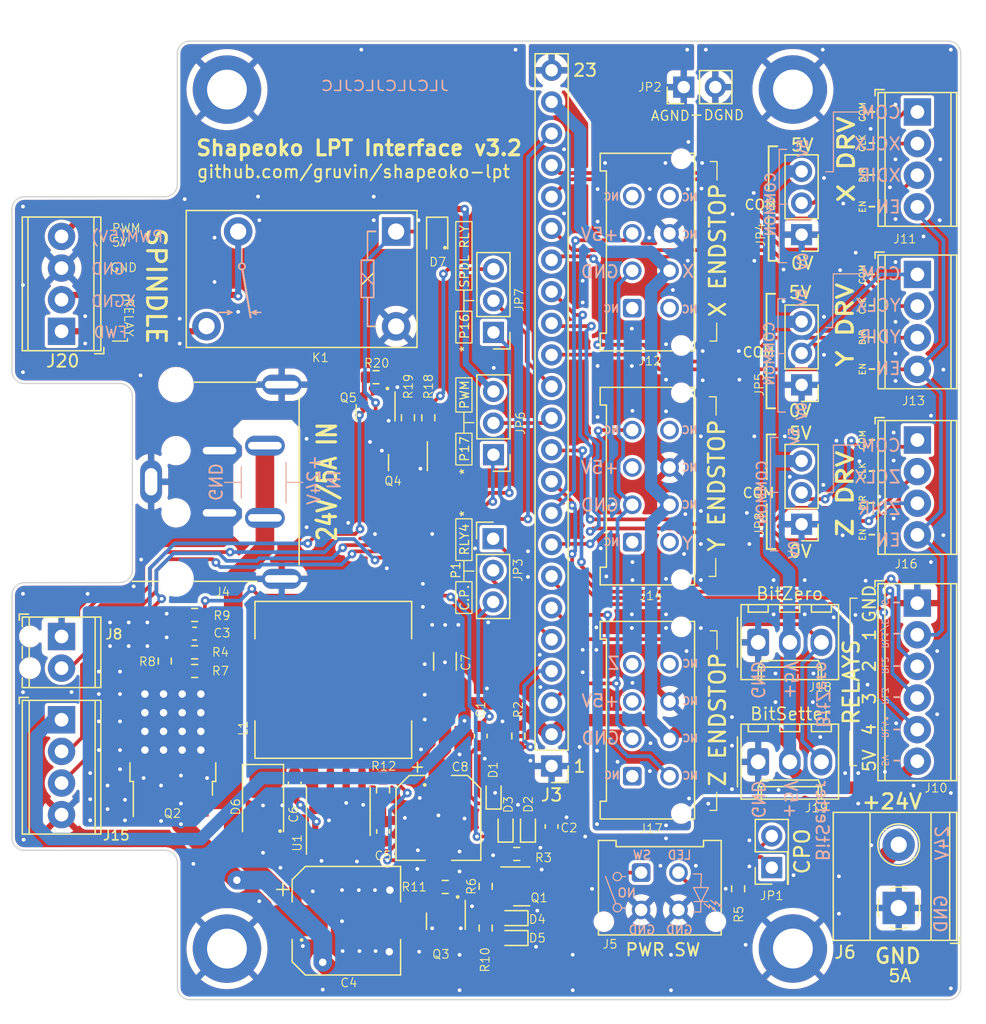
<source format=kicad_pcb>
(kicad_pcb (version 20211014) (generator pcbnew)
  (title_block (title "Shapeoko LPT Interface") (date "2023-07-12") (rev "3.2") (company "Gruvin & Co"))
  (layers (0 "F.Cu" signal) (31 "B.Cu" signal) (34 "B.Paste" user) (35 "F.Paste" user) (36 "B.SilkS" user "B.Silkscreen") (37 "F.SilkS" user "F.Silkscreen") (38 "B.Mask" user) (39 "F.Mask" user) (44 "Edge.Cuts" user))
  (net 0 "")
  (net 1 "Net-(C2-Pad1)")
  (net 2 "Net-(C1-Pad2)")
  (net 3 "GND")
  (net 4 "24V_SAFE")
  (net 5 "/Power/U2_VD")
  (net 6 "/Power/U2_BST")
  (net 7 "/Power/U2_LX")
  (net 8 "/Power/U2_FB")
  (net 9 "/Power/nCE_OUT")
  (net 10 "/Connectors & Jumpers/RELAY4")
  (net 11 "/Connectors & Jumpers/RELAY3")
  (net 12 "/Connectors & Jumpers/RELAY2")
  (net 13 "/Connectors & Jumpers/RELAY1")
  (net 14 "Net-(D4-Pad1)")
  (net 15 "/Connectors & Jumpers/STP_5V")
  (net 16 "/Power/U2_ON_nOFF")
  (net 17 "/Connectors & Jumpers/ZDIR_IN")
  (net 18 "/Connectors & Jumpers/ZCLK_IN")
  (net 19 "/Connectors & Jumpers/YDIR_IN")
  (net 20 "/Connectors & Jumpers/YCLK_IN")
  (net 21 "/Connectors & Jumpers/XDIR_IN")
  (net 22 "/Connectors & Jumpers/XCLK_IN")
  (net 23 "24V_IN")
  (net 24 "Net-(C3-Pad2)")
  (net 25 "Net-(D7-Pad1)")
  (net 27 "/Connectors & Jumpers/ESTOP_OUT")
  (net 28 "/Connectors & Jumpers/EN_IN")
  (net 29 "/Connectors & Jumpers/PROBE_OUT")
  (net 31 "/Connectors & Jumpers/ZMIN_OUT")
  (net 32 "/Connectors & Jumpers/YMIN_OUT")
  (net 33 "/Connectors & Jumpers/XMIN_OUT")
  (net 34 "/Connectors & Jumpers/RELAY2_IN")
  (net 35 "/Connectors & Jumpers/RELAY3_IN")
  (net 36 "/Connectors & Jumpers/X_COM")
  (net 38 "/Power/PLED")
  (net 39 "5V_nEN")
  (net 40 "Net-(Q3-Pad1)")
  (net 41 "Net-(Q3-Pad3)")
  (net 42 "+5V")
  (net 43 "/Power/U2_VIN")
  (net 44 "Net-(Q2-Pad1)")
  (net 48 "Net-(Q4-Pad1)")
  (net 50 "GNDA")
  (net 51 "/Connectors & Jumpers/Y_COM")
  (net 55 "/Connectors & Jumpers/HOLD_OUT")
  (net 58 "Net-(JP7-Pad3)")
  (net 59 "/Connectors & Jumpers/Z_COM")
  (net 60 "/Power/Q1_B")
  (net 61 "/Power/Q1_C")
  (net 62 "/Power/Q1_E")
  (net 63 "Net-(Q4-Pad3)")
  (net 64 "Net-(Q5-Pad1)")
  (net 65 "Net-(NT22-Pad1)")
  (net 66 "/Connectors & Jumpers/VFD_PWM")
  (net 67 "/Connectors & Jumpers/VFD_XGND")
  (net 68 "/Connectors & Jumpers/VFD_FWD")
  (net 69 "/Connectors & Jumpers/P16_IN")
  (net 70 "/Connectors & Jumpers/P17_IN")
  (net 71 "/Connectors & Jumpers/CHARGE_PUMP_OUT")
  (net 72 "/Connectors & Jumpers/P1_IN")
  (net 73 "/Connectors & Jumpers/X_P16_OUT")
  (net 74 "/Connectors & Jumpers/X_P17_OUT")
  (footprint "Capacitor_SMD:C_0603_1608Metric" (layer "F.Cu") (at 66.55 93.59 90)
    (fp_text reference "C5")
    (fp_text value "100n/50V")
  )
  (footprint "Connector_PinHeader_2.54mm:PinHeader_1x03_P2.54mm_Vertical" (layer "F.Cu") (at 75.425 63.325 180)
    (fp_text reference "JP6")
    (fp_text value "1x03_2.54")
  )
  (footprint "Resistor_SMD:R_0603_1608Metric" (layer "F.Cu") (at 51.4 79.2 180)
    (fp_text reference "R4")
    (fp_text value "220K")
  )
  (footprint "Connector_Molex:Molex_Micro-Fit_3.0_43045-0812_2x04_P3.00mm_Vertical" (layer "F.Cu") (at 86.585 51.55 90)
    (fp_text reference "J12")
    (fp_text value "MicroFit_2x04")
  )
  (footprint "Connector_PinHeader_2.54mm:PinHeader_1x03_P2.54mm_Vertical" (layer "F.Cu") (at 75.4 70.075)
    (fp_text reference "JP3")
    (fp_text value "1x03_2.54")
  )
  (footprint "Capacitor_SMD:C_0603_1608Metric" (layer "F.Cu") (at 80.1 93.192893 90)
    (fp_text reference "C2")
    (fp_text value "1u/50V")
  )
  (footprint "Resistor_SMD:R_0603_1608Metric" (layer "F.Cu") (at 95.1 98.192893 90)
    (fp_text reference "R5")
    (fp_text value "1K")
  )
  (footprint "MountingHole:MountingHole_3.2mm_M3_ISO14580_Pad" (layer "F.Cu") (at 99.5 33.992893)
    (fp_text reference "H7" hide)
    (fp_text value "MountingHole_Pad")
  )
  (footprint "-Project:Relay_SPST_OJS_24V_10A" (layer "F.Cu") (at 67.6 45.4 180)
    (fp_text reference "K1")
    (fp_text value "OJS-SH-124HMF")
  )
  (footprint "TerminalBlock_Phoenix:TerminalBlock_Phoenix_MPT-0,5-4-2.54_1x04_P2.54mm_Horizontal" (layer "F.Cu") (at 109.508381 48.848381 -90)
    (fp_text reference "J13")
    (fp_text value "Phoenix MPT")
  )
  (footprint "Connector_Molex:Molex_KK-254_AE-6410-03A_1x03_P2.54mm_Vertical" (layer "F.Cu") (at 96.71 78.4)
    (fp_text reference "J18")
    (fp_text value "MLX_1x03")
  )
  (footprint "Package_TO_SOT_SMD:SOT-23" (layer "F.Cu") (at 68.55 63.957107 -90)
    (fp_text reference "Q4")
    (fp_text value "BC847")
  )
  (footprint "Diode_SMD:D_SOD-523" (layer "F.Cu") (at 78.2 93.292893 90)
    (fp_text reference "D2")
    (fp_text value "SDM20U40-7")
  )
  (footprint "Connector_PinHeader_2.54mm:PinHeader_1x03_P2.54mm_Vertical" (layer "F.Cu") (at 100.2 57.71338 180)
    (fp_text reference "JP5")
    (fp_text value "Jumper_3")
  )
  (footprint "Resistor_SMD:R_0603_1608Metric" (layer "F.Cu") (at 49 79.9 -90)
    (fp_text reference "R8")
    (fp_text value "680K")
  )
  (footprint "Connector_PinHeader_2.54mm:PinHeader_1x03_P2.54mm_Vertical" (layer "F.Cu") (at 100.2 45.65 180)
    (fp_text reference "JP4")
    (fp_text value "Jumper_3")
  )
  (footprint "Connector_PinHeader_2.54mm:PinHeader_2x01_P2.54mm_Vertical" (layer "F.Cu") (at 97.8 96.492893 90)
    (fp_text reference "JP1")
    (fp_text value "Jumper_2")
  )
  (footprint "-Project:D_SMA_DOT" (layer "F.Cu") (at 56.9 91.61 -90)
    (fp_text reference "D6")
    (fp_text value "SS24A+")
  )
  (footprint "Connector_Molex:Molex_Micro-Fit_3.0_43045-0812_2x04_P3.00mm_Vertical" (layer "F.Cu") (at 86.585 70.35 90)
    (fp_text reference "J14")
    (fp_text value "MicroFit_2x04")
  )
  (footprint "Connector_PinHeader_2.54mm:PinHeader_1x02_P2.54mm_Vertical" (layer "F.Cu") (at 90.725 33.8 90)
    (fp_text reference "JP2")
    (fp_text value "GND_ISO")
  )
  (footprint "Package_TO_SOT_SMD:TO-252-2" (layer "F.Cu") (at 49.65 87.1 90)
    (fp_text reference "Q2")
    (fp_text value "FDD5614P")
  )
  (footprint "Capacitor_SMD:C_1206_3216Metric" (layer "F.Cu") (at 71.525 79.925 -90)
    (fp_text reference "C7")
    (fp_text value "22u/25V")
  )
  (footprint "Inductor_SMD:L_12x12mm_H6mm" (layer "F.Cu") (at 62.55 81.41)
    (fp_text reference "L1")
    (fp_text value "100uH 1.5A+")
  )
  (footprint "Diode_SMD:D_SOD-523" (layer "F.Cu") (at 77.05 102.15 180)
    (fp_text reference "D5")
    (fp_text value "SDM20U40-7")
  )
  (footprint "Resistor_SMD:R_0603_1608Metric" (layer "F.Cu") (at 66.55 90.25 -90)
    (fp_text reference "R12")
    (fp_text value "220K")
  )
  (footprint "Resistor_SMD:R_0603_1608Metric" (layer "F.Cu") (at 51.4 80.7)
    (fp_text reference "R7")
    (fp_text value "1M")
  )
  (footprint "TerminalBlock_Phoenix:TerminalBlock_Phoenix_MKDS-1,5-2-5.08_1x02_P5.08mm_Horizontal" (layer "F.Cu") (at 108.005 99.737893 90)
    (fp_text reference "J6")
    (fp_text value "24V/5A OUT")
  )
  (footprint "Connector_Molex:Molex_Micro-Fit_3.0_43045-0412_2x02_P3.00mm_Vertical" (layer "F.Cu") (at 87.3 96.892893)
    (fp_text reference "J5")
    (fp_text value "MicroFit_2x02")
  )
  (footprint "-Project:NetTie-2_SMD_Pad0.3mm" (layer "F.Cu") (at 96.1 98.542893 -45)
    (fp_text reference "NT22" hide)
    (fp_text value "DNI" hide)
  )
  (footprint "-Project:CP_Elec_6.3x7.7_DOT" (layer "F.Cu") (at 71 92.5 -90)
    (fp_text reference "C8")
    (fp_text value "68u/35V")
  )
  (footprint "Resistor_SMD:R_0603_1608Metric" (layer "F.Cu") (at 51.4 76.2)
    (fp_text reference "R9")
    (fp_text value "330K")
  )
  (footprint "Capacitor_SMD:C_0603_1608Metric" (layer "F.Cu") (at 74.4 85.925 -90)
    (fp_text reference "C1")
    (fp_text value "100n/50V")
  )
  (footprint "-Project:D_SOD-323_DOT" (layer "F.Cu") (at 70.9 45.75 -90)
    (fp_text reference "D7")
    (fp_text value "BAT54JFILM")
  )
  (footprint "TerminalBlock_Phoenix:TerminalBlock_Phoenix_MPT-0,5-2-2.54_1x02_P2.54mm_Horizontal" (layer "F.Cu") (at 40.7 77.93 -90)
    (fp_text reference "J8")
    (fp_text value "Phoenix MPT")
  )
  (footprint "Resistor_SMD:R_0603_1608Metric" (layer "F.Cu") (at 70.19 60.357107 90)
    (fp_text reference "R18")
    (fp_text value "5K6")
  )
  (footprint "Resistor_SMD:R_0603_1608Metric" (layer "F.Cu") (at 71.55 98.05)
    (fp_text reference "R11")
    (fp_text value "1M")
  )
  (footprint "Connector_PinHeader_2.54mm:PinHeader_1x03_P2.54mm_Vertical" (layer "F.Cu") (at 75.425 53.5 180)
    (fp_text reference "JP7")
    (fp_text value "1x03_2.54")
  )
  (footprint "TerminalBlock_Phoenix:TerminalBlock_Phoenix_MPT-0,5-4-2.54_1x04_P2.54mm_Horizontal" (layer "F.Cu") (at 109.508381 35.795001 -90)
    (fp_text reference "J11")
    (fp_text value "Phoenix MPT")
  )
  (footprint "MountingHole:MountingHole_3.2mm_M3_ISO14580_Pad" (layer "F.Cu") (at 54 103)
    (fp_text reference "H6" hide)
    (fp_text value "MountingHole_Pad")
  )
  (footprint "Resistor_SMD:R_0603_1608Metric" (layer "F.Cu") (at 74.8 101.35 90)
    (fp_text reference "R10")
    (fp_text value "130K")
  )
  (footprint "Connector_PinHeader_2.54mm:PinHeader_1x23_P2.54mm_Vertical" (layer "F.Cu") (at 80.1 88.33 180)
    (fp_text reference "J3")
    (fp_text value "Conn_01x022_Male")
  )
  (footprint "Resistor_SMD:R_0603_1608Metric" (layer "F.Cu") (at 65.985 57.102107)
    (fp_text reference "R20")
    (fp_text value "10K")
  )
  (footprint "-Project:NetTie-2_SMD_Pad1.0mm" (layer "F.Cu") (at 59.5 97.892893 90)
    (fp_text reference "NT23" hide)
    (fp_text value "DNI" hide)
  )
  (footprint "Resistor_SMD:R_0603_1608Metric" (layer "F.Cu") (at 74.8 98 -90)
    (fp_text reference "R6")
    (fp_text value "130K")
  )
  (footprint "Connector_Molex:Molex_KK-254_AE-6410-03A_1x03_P2.54mm_Vertical" (layer "F.Cu") (at 96.71 88)
    (fp_text reference "J19")
    (fp_text value "MLX_1x03")
  )
  (footprint "Diode_SMD:D_SOD-523" (layer "F.Cu") (at 77.05 100.55 180)
    (fp_text reference "D4")
    (fp_text value "SDM20U40-7")
  )
  (footprint "-Project:KYCON_KPJX-4S-S" (layer "F.Cu") (at 57.05 65.5 -90)
    (fp_text reference "J4")
    (fp_text value "KYCON_KPJX-4S-S")
  )
  (footprint "Capacitor_SMD:C_0603_1608Metric" (layer "F.Cu") (at 51.4 77.7 180)
    (fp_text reference "C3")
    (fp_text value "1u/50V")
  )
  (footprint "Diode_SMD:D_SOD-523" (layer "F.Cu") (at 75.4375 90.6375 90)
    (fp_text reference "D1")
    (fp_text value "SDM20U40-7" hide)
  )
  (footprint "Connector_Molex:Molex_Micro-Fit_3.0_43045-0812_2x04_P3.00mm_Vertical" (layer "F.Cu") (at 86.585 89.15 90)
    (fp_text reference "J17")
    (fp_text value "MicroFit_2x04")
  )
  (footprint "Connector_PinHeader_2.54mm:PinHeader_1x03_P2.54mm_Vertical" (layer "F.Cu") (at 100.2 68.91 180)
    (fp_text reference "JP8")
    (fp_text value "Jumper_3")
  )
  (footprint "-Project:NetTie-2_SMD_Pad1.0mm" (layer "F.Cu") (at 73.1 82.6 -90)
    (fp_text reference "NT24" hide)
    (fp_text value "DNI" hide)
  )
  (footprint "Package_TO_SOT_SMD:SOT-23" (layer "F.Cu") (at 77.7 98)
    (fp_text reference "Q1")
    (fp_text value "BC847")
  )
  (footprint "TerminalBlock_Phoenix:TerminalBlock_Phoenix_MPT-0,5-4-2.54_1x04_P2.54mm_Horizontal" (layer "F.Cu") (at 40.7 84.62 -90)
    (fp_text reference "J15")
    (fp_text value "JST_B2B-XH")
  )
  (footprint "Resistor_SMD:R_0603_1608Metric" (layer "F.Cu") (at 77.425 85.925 90)
    (fp_text reference "R2")
    (fp_text value "1M")
  )
  (footprint "Resistor_SMD:R_0603_1608Metric" (layer "F.Cu") (at 77.3 95.4 180)
    (fp_text reference "R3")
    (fp_text value "6K8")
  )
  (footprint "-Project:SOT-23_DOT" (layer "F.Cu") (at 65.95 59.957107 -90)
    (fp_text reference "Q5")
    (fp_text value "BC857")
  )
  (footprint "TerminalBlock_Phoenix:TerminalBlock_Phoenix_MPT-0,5-4-2.54_1x04_P2.54mm_Horizontal" (layer "F.Cu") (at 109.508381 62.145001 -90)
    (fp_text reference "J16")
    (fp_text value "Phoenix MPT")
  )
  (footprint "Package_SO:SOIC-8_3.9x4.9mm_P1.27mm" (layer "F.Cu") (at 62.95 91.959999 90)
    (fp_text reference "U1")
    (fp_text value "MAX5035BUSA")
  )
  (footprint "-Project:SOT-23_DOT" (layer "F.Cu") (at 71.6 100.8 -90)
    (fp_text reference "Q3")
    (fp_text value "BC857")
  )
  (footprint "MountingHole:MountingHole_3.2mm_M3_ISO14580_Pad" (layer "F.Cu") (at 99.5 102.992893)
    (fp_text reference "H8" hide)
    (fp_text value "MountingHole_Pad")
  )
  (footprint "TerminalBlock_Phoenix:TerminalBlock_Phoenix_MPT-0,5-6-2.54_1x06_P2.54mm_Horizontal" (layer "F.Cu") (at 109.5 75.25 -90)
    (fp_text reference "J10")
    (fp_text value "Phoenix MPT")
  )
  (footprint "-Project:CP_Elec_8x10.5_DOT" (layer "F.Cu") (at 63.6 100.76)
    (fp_text reference "C4")
    (fp_text value "100u/35V")
  )
  (footprint "Resistor_SMD:R_0603_1608Metric" (layer "F.Cu") (at 68.55 60.357107 -90)
    (fp_text reference "R19")
    (fp_text value "5K6")
  )
  (footprint "Capacitor_SMD:C_0603_1608Metric" (layer "F.Cu") (at 59.45 89.759999 90)
    (fp_text reference "C6")
    (fp_text value "100n/50V")
  )
  (footprint "MountingHole:MountingHole_3.2mm_M3_ISO14580_Pad" (layer "F.Cu") (at 54 34)
    (fp_text reference "H5" hide)
    (fp_text value "MountingHole_Pad")
  )
  (footprint "Diode_SMD:D_SOD-523" (layer "F.Cu") (at 76.4 93.292893 90)
    (fp_text reference "D3")
    (fp_text value "SDM20U40-7")
  )
  (footprint "TerminalBlock_Phoenix:TerminalBlock_Phoenix_MPT-0,5-4-2.54_1x04_P2.54mm_Horizontal" (layer "F.Cu") (at 40.7 53.414999 90)
    (fp_text reference "J20")
    (fp_text value "Phoenix MPT")
  )
  (footprint "-Project:NetTie-2_SMD_Pad0.3mm" (layer "B.Cu") (at 108.3 81.692893 -45)
    (fp_text reference "NT25" hide)
    (fp_text value "DNI" hide)
  )
  (footprint "-Project:NetTie-2_SMD_Pad1.0mm" (layer "B.Cu") (at 97.6 64.55 -90)
    (fp_text reference "NT28" hide)
    (fp_text value "DNI" hide)
  )
  (footprint "-Project:NetTie-2_SMD_Pad0.3mm" (layer "B.Cu") (at 108.3 79.1 -45)
    (fp_text reference "NT26" hide)
    (fp_text value "DNI" hide)
  )
  (footprint "-Project:NetTie-2_SMD_Pad0.3mm" (layer "B.Cu") (at 111.5 74.8 -90)
    (fp_text reference "NT27" hide)
    (fp_text value "DNI" hide)
  )
  (gr_line (start 92.144998 97.005) (end 91.495 97.005) (layer "B.SilkS") (width 0.1))
  (gr_line (start 58.75 65.55) (end 60.1 65.55) (layer "B.SilkS") (width 0.1))
  (gr_line (start 92.710858 98.094852) (end 92.110859 99.269852) (layer "B.SilkS") (width 0.1))
  (gr_line (start 58.75 63.95) (end 58.75 67.2) (layer "B.SilkS") (width 0.1))
  (gr_line (start 102.757581 40.6) (end 102.757581 35.8) (layer "B.SilkS") (width 0.1))
  (gr_line (start 108.0375 80.3) (end 107.6375 80.3) (layer "B.SilkS") (width 0.15))
  (gr_line (start 102.125 53.11338) (end 102.7 53.11338) (layer "B.SilkS") (width 0.1))
  (gr_line (start 102.75 48.8) (end 104.85 48.8) (layer "B.SilkS") (width 0.1))
  (gr_line (start 102.757581 62.55423) (end 104.857581 62.55423) (layer "B.SilkS") (width 0.1))
  (gr_line (start 108.0375 77.7) (end 107.6375 77.7) (layer "B.SilkS") (width 0.15))
  (gr_line (start 91.510857 98.094852) (end 92.110858 98.094852) (layer "B.SilkS") (width 0.1))
  (gr_line (start 98.9 59.9) (end 98.3 59.9) (layer "B.SilkS") (width 0.1))
  (gr_line (start 102.757581 35.8) (end 104.857581 35.8) (layer "B.SilkS") (width 0.1))
  (gr_line (start 98.4 43.21) (end 99 43.2) (layer "B.SilkS") (width 0.1))
  (gr_line (start 92.110858 98.094852) (end 92.710858 98.094852) (layer "B.SilkS") (width 0.1))
  (gr_line (start 92.685858 99.219852) (end 91.560858 99.219852) (layer "B.SilkS") (width 0.1))
  (gr_line (start 102.132581 40.6) (end 102.707581 40.6) (layer "B.SilkS") (width 0.1))
  (gr_line (start 92.779999 99.485002) (end 92.779999 99.735001) (layer "B.SilkS") (width 0.1))
  (gr_line (start 97.7 71.04423) (end 97.7 61.94423) (layer "B.SilkS") (width 0.1))
  (gr_line (start 108.0375 85.4) (end 107.6375 85.4) (layer "B.SilkS") (width 0.15))
  (gr_line (start 92.095 98.055) (end 92.144998 97.005) (layer "B.SilkS") (width 0.1))
  (gr_line (start 93.279997 99.210001) (end 93.755001 99.635003) (layer "B.SilkS") (width 0.1))
  (gr_line (start 93.280001 99.460004) (end 92.88 99.110001) (layer "B.SilkS") (width 0.1))
  (gr_line (start 108.0375 82.8) (end 107.6375 82.8) (layer "B.SilkS") (width 0.15))
  (gr_line (start 98.4 38.8) (end 99 38.8) (layer "B.SilkS") (width 0.1))
  (gr_line (start 93.755001 99.635003) (end 93.655 99.435) (layer "B.SilkS") (width 0.1))
  (gr_line (start 93.255 99.910002) (end 93.03 99.835002) (layer "B.SilkS") (width 0.1))
  (gr_line (start 93.755001 99.635003) (end 93.530001 99.560002) (layer "B.SilkS") (width 0.1))
  (gr_line (start 108.0375 75.2) (end 107.6375 75.2) (layer "B.SilkS") (width 0.15))
  (gr_line (start 85.713541 97.214999) (end 86.03 97.214999) (layer "B.SilkS") (width 0.1))
  (gr_line (start 93.279997 99.210001) (end 93.280001 99.460004) (layer "B.SilkS") (width 0.1))
  (gr_line (start 92.095 100.055) (end 91.495 100.055) (layer "B.SilkS") (width 0.1))
  (gr_line (start 93.255 99.910002) (end 93.155 99.710003) (layer "B.SilkS") (width 0.1))
  (gr_line (start 98.3 50.8) (end 98.9 50.8) (layer "B.SilkS") (width 0.1))
  (gr_line (start 92.779999 99.735001) (end 92.38 99.385002) (layer "B.SilkS") (width 0.1))
  (gr_line (start 98.3 71.04423) (end 97.7 71.04423) (layer "B.SilkS") (width 0.1))
  (gr_line (start 84.435 97.205) (end 85.265 99.395) (layer "B.SilkS") (width 0.1))
  (gr_line (start 55.15 66.8) (end 55.15 64.3) (layer "B.SilkS") (width 0.1))
  (gr_line (start 55.15 65.55) (end 53.8 65.55) (layer "B.SilkS") (width 0.1))
  (gr_line (start 102.132581 66.35423) (end 102.707581 66.35423) (layer "B.SilkS") (width 0.1))
  (gr_line (start 97.7 66.35423) (end 98.3 66.34423) (layer "B.SilkS") (width 0.1))
  (gr_line (start 102.757581 66.35423) (end 102.757581 62.55423) (layer "B.SilkS") (width 0.1))
  (gr_line (start 92.779999 99.485002) (end 93.255 99.910002) (layer "B.SilkS") (width 0.1))
  (gr_circle (center 85.38 97.214999) (end 85.305 97.539999) (layer "B.SilkS") (width 0.1) (fill none))
  (gr_line (start 92.110859 99.269852) (end 91.510857 98.094852) (layer "B.SilkS") (width 0.1))
  (gr_circle (center 85.380001 99.714998) (end 85.046458 99.714999) (layer "B.SilkS") (width 0.1) (fill none))
  (gr_line (start 98.4 47.9) (end 98.4 38.8) (layer "B.SilkS") (width 0.1))
  (gr_line (start 85.755 99.739999) (end 86.03 99.74) (layer "B.SilkS") (width 0.1))
  (gr_line (start 92.095 100.055) (end 92.095 99.230001) (layer "B.SilkS") (width 0.1))
  (gr_line (start 108.0375 87.9) (end 107.6375 87.9) (layer "B.SilkS") (width 0.15))
  (gr_line (start 102.7 53.11338) (end 102.75 48.8) (layer "B.SilkS") (width 0.1))
  (gr_line (start 97.7 61.94423) (end 98.3 61.94423) (layer "B.SilkS") (width 0.1))
  (gr_line (start 99 47.9) (end 98.4 47.9) (layer "B.SilkS") (width 0.1))
  (gr_line (start 98.3 55.21) (end 98.9 55.2) (layer "B.SilkS") (width 0.1))
  (gr_line (start 98.3 59.9) (end 98.3 50.8) (layer "B.SilkS") (width 0.1))
  (gr_line (start 97.4 65.3) (end 97.4 61.7) (layer "F.SilkS") (width 0.15))
  (gr_line (start 97.377228 50.4) (end 98.077228 50.4) (layer "F.SilkS") (width 0.15))
  (gr_line (start 73.85 72.675) (end 73.05 72.675) (layer "F.SilkS") (width 0.1))
  (gr_line (start 93.4 77.5) (end 93.4 78.95) (layer "F.SilkS") (width 0.1))
  (gr_line (start 106.05 67.2) (end 105.65 67.2) (layer "F.SilkS") (width 0.15))
  (gr_line (start 97.377228 59.6) (end 97.377228 56) (layer "F.SilkS") (width 0.15))
  (gr_line (start 104.08 85.542893) (end 104.08 88.3) (layer "F.SilkS") (width 0.1))
  (gr_line (start 93.325 58.675) (end 92.775 58.675) (layer "F.SilkS") (width 0.1))
  (gr_line (start 93.3 73.1) (end 92.75 73.1) (layer "F.SilkS") (width 0.1))
  (gr_line (start 106.05 35.790941) (end 105.65 35.790941) (layer "F.SilkS") (width 0.15))
  (gr_line (start 106.05 51.340769) (end 105.65 51.340769) (layer "F.SilkS") (width 0.15))
  (gr_line (start 46 54.200001) (end 46 54) (layer "F.SilkS") (width 0.1))
  (gr_line (start 73.05 50.95) (end 73.05 50.1) (layer "F.SilkS") (width 0.1))
  (gr_line (start 104.62 88.3) (end 104.08 88.3) (layer "F.SilkS") (width 0.1))
  (gr_line (start 97.377228 54) (end 97.377228 50.4) (layer "F.SilkS") (width 0.15))
  (gr_line (start 106.05 43.4) (end 105.65 43.4) (layer "F.SilkS") (width 0.15))
  (gr_line (start 106.05 62.140941) (end 105.65 62.140941) (layer "F.SilkS") (width 0.15))
  (gr_line (start 93.375 54.2) (end 92.825 54.2) (layer "F.SilkS") (width 0.1))
  (gr_line (start 106.05 64.640769) (end 105.65 64.640769) (layer "F.SilkS") (width 0.15))
  (gr_line (start 91.4 36.05) (end 92.1 36.05) (layer "F.SilkS") (width 0.12))
  (gr_line (start 104.665 74.85) (end 104.1 74.85) (layer "F.SilkS") (width 0.1))
  (gr_line (start 97.4 70.9) (end 98.1 70.9) (layer "F.SilkS") (width 0.15))
  (gr_line (start 97.55 42.15) (end 97.55 38.55) (layer "F.SilkS") (width 0.15))
  (gr_rect (start 72.4 76.075) (end 73.7 73.525) (layer "F.SilkS") (width 0.1) (fill none))
  (gr_line (start 73.05 60.75) (end 73.05 59.9) (layer "F.SilkS") (width 0.1))
  (gr_rect (start 72.4 64.15) (end 73.7 61.6) (layer "F.SilkS") (width 0.1) (fill none))
  (gr_line (start 93.3 71.65) (end 93.3 73.1) (layer "F.SilkS") (width 0.1))
  (gr_line (start 106.05 40.85) (end 105.65 40.85) (layer "F.SilkS") (width 0.15))
  (gr_line (start 97.4 61.7) (end 98.1 61.7) (layer "F.SilkS") (width 0.15))
  (gr_line (start 93.325 58.7) (end 93.325 60.15) (layer "F.SilkS") (width 0.1))
  (gr_line (start 93.4 77.475) (end 92.85 77.475) (layer "F.SilkS") (width 0.1))
  (gr_line (start 44.8 50.500001) (end 46.1 50.5) (layer "F.SilkS") (width 0.1))
  (gr_line (start 106.05 38.290769) (end 105.65 38.290769) (layer "F.SilkS") (width 0.15))
  (gr_line (start 73.85 50.95) (end 73.05 50.95) (layer "F.SilkS") (width 0.1))
  (gr_line (start 73.05 51.8) (end 73.05 50.95) (layer "F.SilkS") (width 0.1))
  (gr_rect (start 72.4 59.9) (end 73.7 57.15) (layer "F.SilkS") (width 0.1) (fill none))
  (gr_line (start 73.85 60.75) (end 73.05 60.75) (layer "F.SilkS") (width 0.1))
  (gr_line (start 106.05 56.45) (end 105.65 56.45) (layer "F.SilkS") (width 0.15))
  (gr_line (start 93.375 91.9) (end 92.825 91.9) (layer "F.SilkS") (width 0.1))
  (gr_line (start 44.8 54.2) (end 46 54.200001) (layer "F.SilkS") (width 0.1))
  (gr_line (start 97.55 47.75) (end 97.55 44.15) (layer "F.SilkS") (width 0.15))
  (gr_line (start 46.1 50.5) (end 46.1 50.7) (layer "F.SilkS") (width 0.1))
  (gr_line (start 97.4 70.9) (end 97.4 67.3) (layer "F.SilkS") (width 0.15))
  (gr_line (start 97.377228 59.6) (end 98.077228 59.6) (layer "F.SilkS") (width 0.15))
  (gr_line (start 104.1 74.85) (end 104.1 77.75) (layer "F.SilkS") (width 0.1))
  (gr_line (start 93.4 39.775) (end 92.85 39.775) (layer "F.SilkS") (width 0.1))
  (gr_line (start 73.05 73.525) (end 73.05 72.675) (layer "F.SilkS") (width 0.1))
  (gr_line (start 93.375 90.45) (end 93.375 91.9) (layer "F.SilkS") (width 0.1))
  (gr_line (start 106.05 48.840941) (end 105.65 48.840941) (layer "F.SilkS") (width 0.15))
  (gr_line (start 93.375 52.75) (end 93.375 54.2) (layer "F.SilkS") (width 0.1))
  (gr_line (start 106.05 69.75) (end 105.65 69.75) (layer "F.SilkS") (width 0.15))
  (gr_line (start 97.55 47.75) (end 98.25 47.75) (layer "F.SilkS") (width 0.15))
  (gr_rect (start 72.4 50.1) (end 73.7 44.6) (layer "F.SilkS") (width 0.1) (fill none))
  (gr_rect (start 72.4 54.35) (end 73.7 51.8) (layer "F.SilkS") (width 0.1) (fill none))
  (gr_line (start 73.05 61.6) (end 73.05 60.75) (layer "F.SilkS") (width 0.1))
  (gr_rect (start 72.4 71.825) (end 73.7 68.475) (layer "F.SilkS") (width 0.1) (fill none))
  (gr_line (start 93.4 39.8) (end 93.4 41.25) (layer "F.SilkS") (width 0.1))
  (gr_line (start 106.05 53.9) (end 105.65 53.9) (layer "F.SilkS") (width 0.15))
  (gr_line (start 73.05 72.675) (end 73.05 71.825) (layer "F.SilkS") (width 0.1))
  (gr_line (start 97.55 38.55) (end 98.25 38.55) (layer "F.SilkS") (width 0.15))
  (gr_arc (start 50.007109 31.1) (mid 50.300004 30.392895) (end 51.007109 30.1) (layer "Edge.Cuts") (width 0.1))
  (gr_line (start 51.014216 107.1) (end 111.997109 107.1) (layer "Edge.Cuts") (width 0.1))
  (gr_line (start 37.714216 95.107107) (end 49.014216 95.1) (layer "Edge.Cuts") (width 0.1))
  (gr_arc (start 112.997109 106.1) (mid 112.704218 106.807109) (end 111.997109 107.1) (layer "Edge.Cuts") (width 0.1))
  (gr_arc (start 49.014216 95.1) (mid 49.721315 95.392901) (end 50.014216 96.1) (layer "Edge.Cuts") (width 0.1))
  (gr_line (start 36.714216 94.107107) (end 36.714216 74.603554) (layer "Edge.Cuts") (width 0.1))
  (gr_arc (start 36.714216 43.607107) (mid 37.007109 42.9) (end 37.714216 42.607107) (layer "Edge.Cuts") (width 0.1))
  (gr_arc (start 50.007109 41.6) (mid 49.714218 42.307109) (end 49.007109 42.6) (layer "Edge.Cuts") (width 0.1))
  (gr_line (start 45.392898 73.596447) (end 37.714216 73.603554) (layer "Edge.Cuts") (width 0.1))
  (gr_arc (start 45.392898 57.607107) (mid 46.100004 57.900001) (end 46.392898 58.607107) (layer "Edge.Cuts") (width 0.1))
  (gr_line (start 112.997109 106.1) (end 112.997109 31.1) (layer "Edge.Cuts") (width 0.1))
  (gr_line (start 50.007109 31.1) (end 50.007109 41.6) (layer "Edge.Cuts") (width 0.1))
  (gr_arc (start 51.014216 107.1) (mid 50.307102 106.807114) (end 50.014216 106.1) (layer "Edge.Cuts") (width 0.1))
  (gr_line (start 50.014216 96.1) (end 50.014216 106.1) (layer "Edge.Cuts") (width 0.1))
  (gr_line (start 36.714216 56.607107) (end 36.714216 43.607107) (layer "Edge.Cuts") (width 0.1))
  (gr_arc (start 36.714216 74.603554) (mid 37.007106 73.896444) (end 37.714216 73.603554) (layer "Edge.Cuts") (width 0.1))
  (gr_arc (start 37.714216 57.607107) (mid 37.0071 57.314223) (end 36.714216 56.607107) (layer "Edge.Cuts") (width 0.1))
  (gr_arc (start 37.714216 95.107107) (mid 37.0071 94.814223) (end 36.714216 94.107107) (layer "Edge.Cuts") (width 0.1))
  (gr_line (start 46.392898 72.596447) (end 46.392898 58.607107) (layer "Edge.Cuts") (width 0.1))
  (gr_line (start 45.392898 57.607107) (end 37.714216 57.607107) (layer "Edge.Cuts") (width 0.1))
  (gr_line (start 51.007109 30.1) (end 111.997109 30.1) (layer "Edge.Cuts") (width 0.1))
  (gr_arc (start 46.392898 72.596447) (mid 46.099981 73.30353) (end 45.392898 73.596447) (layer "Edge.Cuts") (width 0.1))
  (gr_arc (start 111.997109 30.1) (mid 112.704211 30.392898) (end 112.997109 31.1) (layer "Edge.Cuts") (width 0.1))
  (gr_line (start 49.007109 42.6) (end 37.714216 42.607107) (layer "Edge.Cuts") (width 0.1))
  (gr_text "JLCJLCJLCJLC" (at 66.7 33.7) (layer "B.SilkS") (effects (font (size 0.8 1) (thickness 0.13)) (justify mirror)))
  (gr_text "GND" (at 53.05 63.9 270) (layer "B.SilkS") (effects (font (size 1 1)) (justify right mirror)))
  (gr_text "ZDIR" (at 108.257581 67.64423) (layer "B.SilkS") (effects (font (size 1 1)) (justify left mirror)))
  (gr_text "5V" (at 99.6 62.65423 90) (layer "B.SilkS") (effects (font (size 0.8 0.8) (thickness 0.14)) (justify right mirror)))
  (gr_text "X" (at 90.5 48.6) (layer "B.SilkS") (effects (font (size 1 1)) (justify right mirror)))
  (gr_text "YCLX" (at 108.25 51.33) (layer "B.SilkS") (effects (font (size 1 1)) (justify left mirror)))
  (gr_text "+24V\nIN" (at 61.8 65.35 90) (layer "B.SilkS") (effects (font (size 1 1)) (justify mirror)))
  (gr_text "NO" (at 86.145 98.525) (layer "B.SilkS") (effects (font (size 0.7 0.7) (thickness 0.125)) (justify mirror)))
  (gr_text "GND" (at 87.361998 101.495) (layer "B.SilkS") (effects (font (size 0.7 0.7) (thickness 0.125)) (justify mirror)))
  (gr_text "Y" (at 90.5 70.45) (layer "B.SilkS") (effects (font (size 1 1)) (justify right mirror)))
  (gr_text "FWD" (at 43.2 53.5) (layer "B.SilkS") (effects (font (size 0.9 0.9) (thickness 0.125)) (justify right mirror)))
  (gr_text "GND" (at 96.665221 79.8 270) (layer "B.SilkS") (effects (font (size 1 1)) (justify right mirror)))
  (gr_text "SW" (at 87.365 95.485) (layer "B.SilkS") (effects (font (size 0.7 0.7) (thickness 0.125)) (justify mirror)))
  (gr_text "NC" (at 85.65 89.08) (layer "B.SilkS") (effects (font (size 0.6 0.6) (thickness 0.13)) (justify left mirror)))
  (gr_text "+5V" (at 99.3 89.4 270) (layer "B.SilkS") (effects (font (size 1 1)) (justify right mirror)))
  (gr_text "GND" (at 90.365 101.495) (layer "B.SilkS") (effects (font (size 0.7 0.7) (thickness 0.125)) (justify mirror)))
  (gr_text "LED" (at 90.385 95.489313) (layer "B.SilkS") (effects (font (size 0.7 0.7) (thickness 0.125)) (justify mirror)))
  (gr_text "G" (at 106.9 75.2 -90) (layer "B.SilkS") (effects (font (size 0.5 0.5) (thickness 0.08)) (justify mirror)))
  (gr_text "GND" (at 111.4 100.2 90) (layer "B.SilkS") (effects (font (size 1 1)) (justify mirror)))
  (gr_text "0V" (at 100.3 47 90) (layer "B.SilkS") (effects (font (size 0.8 0.8) (thickness 0.14)) (justify left mirror)))
  (gr_text "RL1/E" (at 106.9 77.7 -90) (layer "B.SilkS") (effects (font (size 0.5 0.5) (thickness 0.08)) (justify mirror)))
  (gr_text "XDIR" (at 108.257581 40.89) (layer "B.SilkS") (effects (font (size 1 1)) (justify left mirror)))
  (gr_text "COM" (at 108.25 48.8) (layer "B.SilkS") (effects (font (size 1 1)) (justify left mirror)))
  (gr_text "NC" (at 90.5 42.65) (layer "B.SilkS") (effects (font (size 0.6 0.6) (thickness 0.13)) (justify right mirror)))
  (gr_text "XCLX" (at 108.257581 38.36) (layer "B.SilkS") (effects (font (size 1 1)) (justify left mirror)))
  (gr_text "BitZero" (at 101.9 79.8 270) (layer "B.SilkS") (effects (font (size 1 1)) (justify right mirror)))
  (gr_text "GND" (at 96.7 89.4 270) (layer "B.SilkS") (effects (font (size 1 1)) (justify right mirror)))
  (gr_text "ZCLX" (at 108.257581 65.11423) (layer "B.SilkS") (effects (font (size 1 1)) (justify left mirror)))
  (gr_text "+5V" (at 85.65 83.1) (layer "B.SilkS") (effects (font (size 1 1)) (justify left mirror)))
  (gr_text "NC" (at 90.55 80.11) (layer "B.SilkS") (effects (font (size 0.6 0.6) (thickness 0.13)) (justify right mirror)))
  (gr_text "GND" (at 43 48.4) (layer "B.SilkS") (effects (font (size 0.9 0.9) (thickness 0.125)) (justify right mirror)))
  (gr_text "5V" (at 106.9 87.9 -90) (layer "B.SilkS") (effects (font (size 0.5 0.5) (thickness 0.08)) (justify mirror)))
  (gr_text "COM" (at 108.257581 35.83) (layer "B.SilkS") (effects (font (size 1 1)) (justify left mirror)))
  (gr_text "NC" (at 90.5 67.35) (layer "B.SilkS") (effects (font (size 0.6 0.6) (thickness 0.13)) (justify right mirror)))
  (gr_text "EN" (at 108.257581 70.18423) (layer "B.SilkS") (effects (font (size 1 1)) (justify left mirror)))
  (gr_text "NC" (at 90.5 45.65) (layer "B.SilkS") (effects (font (size 0.6 0.6) (thickness 0.13)) (justify right mirror)))
  (gr_text "NC" (at 85.6 70.35) (layer "B.SilkS") (effects (font (size 0.6 0.6) (thickness 0.13)) (justify left mirror)))
  (gr_text "RL4*" (at 106.9 85.2 -90) (layer "B.SilkS") (effects (font (size 0.5 0.5) (thickness 0.08)) (justify mirror)))
  (gr_text "+5V" (at 85.6 64.36) (layer "B.SilkS") (effects (font (size 1 1)) (justify left mirror)))
  (gr_text "+5V" (at 99.35 79.8 270) (layer "B.SilkS") (effects (font (size 1 1)) (justify right mirror)))
  (gr_text "YDIR" (at 108.25 53.86) (layer "B.SilkS") (effects (font (size 1 1)) (justify left mirror)))
  (gr_text "5V" (at 100.2 51.51 90) (layer "B.SilkS") (effects (font (size 0.8 0.8) (thickness 0.14)) (justify right mirror)))
  (gr_text "+5V" (at 85.6 45.63) (layer "B.SilkS") (effects (font (size 1 1)) (justify left mirror)))
  (gr_text "COMMON" (at 97.6 55.21 90) (layer "B.SilkS") (effects (font (size 0.8 0.8) (thickness 0.14)) (justify mirror)))
  (gr_text "NC" (at 90.5 64.35) (layer "B.SilkS") (effects (font (size 0.6 0.6) (thickness 0.13)) (justify right mirror)))
  (gr_text "RL3" (at 106.9 82.7 -90) (layer "B.SilkS") (effects (font (size 0.5 0.5) (thickness 0.08)) (justify mirror)))
  (gr_text "0V" (at 100.2 59 90) (layer "B.SilkS") (effects (font (size 0.8 0.8) (thickness 0.14)) (justify left mirror)))
  (gr_text "NC" (at 85.6 61.35) (layer "B.SilkS") (effects (font (size 0.6 0.6) (thickness 0.13)) (justify left mirror)))
  (gr_text "RL2" (at 106.9 80.25 -90) (layer "B.SilkS") (effects (font (size 0.5 0.5) (thickness 0.08)) (justify mirror)))
  (gr_text "EN" (at 108.25 56.4) (layer "B.SilkS") (effects (font (size 1 1)) (justify left mirror)))
  (gr_text "0V" (at 99.6 70.14423 90) (layer "B.SilkS") (effects (font (size 0.8 0.8) (thickness 0.14)) (justify left mirror)))
  (gr_text "GND" (at 85.65 86.1) (layer "B.SilkS") (effects (font (size 1 1)) (justify left mirror)))
  (gr_text "COMMON" (at 97 66.35423 90) (layer "B.SilkS") (effects (font (size 0.8 0.8) (thickness 0.14)) (justify mirror)))
  (gr_text "NC" (at 90.5 51.65) (layer "B.SilkS") (effects (font (size 0.6 0.6) (thickness 0.13)) (justify right mirror)))
  (gr_text "5V" (at 100.3 39.51 90) (layer "B.SilkS") (effects (font (size 0.8 0.8) (thickness 0.14)) (justify right mirror)))
  (gr_text "NC" (at 90.55 86.11) (layer "B.SilkS") (effects (font (size 0.6 0.6) (thickness 0.13)) (justify right mirror)))
  (gr_text "NC" (at 85.6 42.6) (layer "B.SilkS") (effects (font (size 0.6 0.6) (thickness 0.13)) (justify left mirror)))
  (gr_text "BitSetter" (at 101.85 89.4 270) (layer "B.SilkS") (effects (font (size 1 1)) (justify right mirror)))
  (gr_text "24V" (at 111.5 96 90) (layer "B.SilkS") (effects (font (size 1 1)) (justify right mirror)))
  (gr_text "XGND" (at 43 51) (layer "B.SilkS") (effects (font (size 0.9 0.9) (thickness 0.125)) (justify right mirror)))
  (gr_text "NC" (at 90.55 83.11) (layer "B.SilkS") (effects (font (size 0.6 0.6) (thickness 0.13)) (justify right mirror)))
  (gr_text "EN" (at 108.257581 43.43) (layer "B.SilkS") (effects (font (size 1 1)) (justify left mirror)))
  (gr_text "COMMON" (at 97.7 43.21 90) (layer "B.SilkS") (effects (font (size 0.8 0.8) (thickness 0.14)) (justify mirror)))
  (gr_text "COM" (at 108.257581 62.58423) (layer "B.SilkS") (effects (font (size 1 1)) (justify left mirror)))
  (gr_text "GND" (at 85.6 48.63) (layer "B.SilkS") (effects (font (size 1 1)) (justify left mirror)))
  (gr_text "NC" (at 90.5 61.35) (layer "B.SilkS") (effects (font (size 0.6 0.6) (thickness 0.13)) (justify right mirror)))
  (gr_text "GND" (at 85.6 67.37) (layer "B.SilkS") (effects (font (size 1 1)) (justify left mirror)))
  (gr_text "PWM(5V)" (at 43 45.8) (layer "B.SilkS") (effects (font (size 0.9 0.9) (thickness 0.125)) (justify right mirror)))
  (gr_text "Z" (at 85.65 80.08) (layer "B.SilkS") (effects (font (size 1 1)) (justify left mirror)))
  (gr_text "NC" (at 85.6 51.6) (layer "B.SilkS") (effects (font (size 0.6 0.6) (thickness 0.13)) (justify left mirror)))
  (gr_text "NC" (at 90.55 89.11) (layer "B.SilkS") (effects (font (size 0.6 0.6) (thickness 0.13)) (justify right mirror)))
  (gr_text "GND" (at 105.65 75.3 90) (layer "F.SilkS") (effects (font (size 1 1))))
  (gr_text "COM" (at 98.1 55.1) (layer "F.SilkS") (effects (font (size 0.8 0.8) (thickness 0.125)) (justify right)))
  (gr_text "COM" (at 105.1 35.8 90) (layer "F.SilkS") (effects (font (size 0.5 0.5) (thickness 0.08))))
  (gr_text "DIR" (at 105.1 40.85 90) (layer "F.SilkS") (effects (font (size 0.5 0.5) (thickness 0.08))))
  (gr_text "C.P." (at 73.1 74.821 90) (layer "F.SilkS") (effects (font (size 0.7 0.7) (thickness 0.1))))
  (gr_text "Z DRV" (at 103.7 66.45577 90) (layer "F.SilkS") (effects (font (size 1.27 1.5) (thickness 0.25))))
  (gr_text "5A" (at 109.1 105.192893) (layer "F.SilkS") (effects (font (size 1 1)) (justify right)))
  (gr_text "CPO" (at 100.25 95.192893 90) (layer "F.SilkS") (effects (font (size 1.2 1.2) (thickness 0.18))))
  (gr_text "3" (at 105.65 82.9 90) (layer "F.SilkS") (effects (font (size 1 1))))
  (gr_text "X ENDSTOP" (at 93.45 46.9 90) (layer "F.SilkS") (effects (font (size 1.27 1.27) (thickness 0.2))))
  (gr_text "1" (at 82.35 88.35) (layer "F.SilkS") (effects (font (size 1 1))))
  (gr_text "23" (at 82.8 32.442893) (layer "F.SilkS") (effects (font (size 1 1))))
  (gr_text "RLY4 *" (at 73.1 69.6 90) (layer "F.SilkS") (effects (font (size 0.7 0.7) (thickness 0.1))))
  (gr_text "5V" (at 100.077228 50.3) (layer "F.SilkS") (effects (font (size 1 1))))
  (gr_text "DGND" (at 93.95 36.05) (layer "F.SilkS") (effects (font (size 0.8 0.8) (thickness 0.1))))
  (gr_text "PWM" (at 73.1 58.5 90) (layer "F.SilkS") (effects (font (size 0.7 0.7) (thickness 0.1))))
  (gr_text "COM" (at 105.1 62.15 90) (layer "F.SilkS") (effects (font (size 0.5 0.5) (thickness 0.08))))
  (gr_text "5V" (at 100.25 38.45) (layer "F.SilkS") (effects (font (size 1 1))))
  (gr_text "AGND" (at 89.65 36.1) (layer "F.SilkS") (effects (font (size 0.8 0.8) (thickness 0.1))))
  (gr_text "5V" (at 100.1 61.6) (layer "F.SilkS") (effects (font (size 1 1))))
  (gr_text "COM" (at 98.1 66.4) (layer "F.SilkS") (effects (font (size 0.8 0.8) (thickness 0.125)) (justify right)))
  (gr_text "PWR SW" (at 89.05 103.092893) (layer "F.SilkS") (effects (font (size 1 1))))
  (gr_text "P1" (at 72.4 72.6 90) (layer "F.SilkS") (effects (font (size 0.7 0.7) (thickness 0.1))))
  (gr_text "Y ENDSTOP" (at 93.375 65.8 90) (layer "F.SilkS") (effects (font (size 1.27 1.27) (thickness 0.2))))
  (gr_text "0V" (at 100.25 47.95) (layer "F.SilkS") (effects (font (size 1 1))))
  (gr_text "SPDL RLY" (at 73.1 47.4 90) (layer "F.SilkS") (effects (font (size 0.7 0.7) (thickness 0.1))))
  (gr_text "Y DRV" (at 103.7 52.9 90) (layer "F.SilkS") (effects (font (size 1.27 1.5) (thickness 0.25))))
  (gr_text "X DRV" (at 103.8 39.6 90) (layer "F.SilkS") (effects (font (size 1.27 1.5) (thickness 0.25))))
  (gr_text "* P16" (at 73.1 53.55 90) (layer "F.SilkS") (effects (font (size 0.7 0.7) (thickness 0.1))))
  (gr_text "GND" (at 45.7 48.3) (layer "F.SilkS") (effects (font (size 0.7 0.7) (thickness 0.08))))
  (gr_text "Shapeoko LPT Interface v3.2" (at 51.4 38.692893) (layer "F.SilkS") (effects (font (size 1.2 1.2) (thickness 0.25)) (justify left)))
  (gr_text "CLK" (at 105.1 38.3 90) (layer "F.SilkS") (effects (font (size 0.5 0.5) (thickness 0.08))))
  (gr_text "EN" (at 105.1 69.75 90) (layer "F.SilkS") (effects (font (size 0.5 0.5) (thickness 0.08))))
  (gr_text "0V" (at 100.1 71.1) (layer "F.SilkS") (effects (font (size 1 1))))
  (gr_text "SPINDLE" (at 48.3 49.8 270) (layer "F.SilkS") (effects (font (size 1.5 1.5) (thickness 0.25))))
  (gr_text "COM" (at 98.25 43.25) (layer "F.SilkS") (effects (font (size 0.8 0.8) (thickness 0.125)) (justify right)))
  (gr_text "BitSetter" (at 99.3 84.15) (layer "F.SilkS") (effects (font (size 1 1) (thickness 0.125))))
  (gr_text "0V" (at 100.077228 59.8) (layer "F.SilkS") (effects (font (size 1 1))))
  (gr_text "BitZero" (at 99.24 74.492893) (layer "F.SilkS") (effects (font (size 1 1) (thickness 0.125))))
  (gr_text "EN" (at 105.1 56.45 90) (layer "F.SilkS") (effects (font (size 0.5 0.5) (thickness 0.08))))
  (gr_text "DIR" (at 105.1 67.2 90) (layer "F.SilkS") (effects (font (size 0.5 0.5) (thickness 0.08))))
  (gr_text "Z ENDSTOP" (at 93.45 84.6 90) (layer "F.SilkS") (effects (font (size 1.27 1.27) (thickness 0.2))))
  (gr_text "CLK" (at 105.1 51.35 90) (layer "F.SilkS") (effects (font (size 0.5 0.5) (thickness 0.08))))
  (gr_text "24V/5A IN" (at 62.05 65.492893 90) (layer "F.SilkS") (effects (font (size 1.5 1.2) (thickness 0.25))))
  (gr_text "+24V" (at 110 91.192893) (layer "F.SilkS") (effects (font (size 1.2 1.2) (thickness 0.2)) (justify right)))
  (gr_text "* P17" (at 73.1 63.4 90) (layer "F.SilkS") (effects (font (size 0.7 0.7) (thickness 0.1))))
  (gr_text "DIR" (at 105.1 53.9 90) (layer "F.SilkS") (effects (font (size 0.5 0.5) (thickness 0.08))))
  (gr_text "2" (at 105.65 80.3 90) (layer "F.SilkS") (effects (font (size 1 1))))
  (gr_text "RELAYS" (at 104.2 81.592893 90) (layer "F.SilkS") (effects (font (size 1.27 1.27) (thickness 0.2))))
  (gr_text "CLK" (at 105.1 64.65 90) (layer "F.SilkS") (effects (font (size 0.5 0.5) (thickness 0.08))))
  (gr_text "1" (at 105.65 77.8 90) (layer "F.SilkS") (effects (font (size 1 1))))
  (gr_text "5V" (at 105.65 87.9 90) (layer "F.SilkS") (effects (font (size 1 1))))
  (gr_text "EN" (at 105.1 43.4 90) (layer "F.SilkS") (effects (font (size 0.5 0.5) (thickness 0.08))))
  (gr_text "PWM\n5V" (at 44.7 45.7) (layer "F.SilkS") (effects (font (size 0.7 0.7) (thickness 0.08)) (justify left)))
  (gr_text "4" (at 105.65 85.4 90) (layer "F.SilkS") (effects (font (size 1 1))))
  (gr_text "github.com/gruvin/shapeoko-lpt" (at 51.5 40.592893) (layer "F.SilkS") (effects (font (size 1 1)) (justify left)))
  (gr_text "GND" (at 109.9 103.592893) (layer "F.SilkS") (effects (font (size 1.2 1.2) (thickness 0.2)) (justify right)))
  (gr_text "COM" (at 105.1 48.85 90) (layer "F.SilkS") (effects (font (size 0.5 0.5) (thickness 0.08))))
  (gr_text "RELAY" (at 46.1 52.3 270) (layer "F.SilkS") (effects (font (size 0.7 0.7) (thickness 0.08))))
  (segment (start 78.225 93.967893) (end 78.2 93.992893) (width 0.3) (layer "F.Cu") (net 1))
  (segment (start 78.125 94.067893) (end 78.2 93.992893) (width 0.3) (layer "F.Cu") (net 1))
  (segment (start 78.125 95.4) (end 78.125 94.067893) (width 0.3) (layer "F.Cu") (net 1))
  (segment (start 80.1 93.967893) (end 78.225 93.967893) (width 0.3) (layer "F.Cu") (net 1))
  (segment (start 75.4375 91.3375) (end 74.1375 91.3375) (width 0.3) (layer "F.Cu") (net 2))
  (segment (start 74.6 93) (end 74.6 92.175) (width 0.3) (layer "F.Cu") (net 2))
  (segment (start 78.3 92.53125) (end 77.53125 93.3) (width 0.3) (layer "F.Cu") (net 2))
  (segment (start 74.6 92.175) (end 75.4375 91.3375) (width 0.3) (layer "F.Cu") (net 2))
  (segment (start 73.575 90.775) (end 73.575 87.325) (width 0.3) (layer "F.Cu") (net 2))
  (segment (start 77.53125 93.3) (end 74.9 93.3) (width 0.3) (layer "F.Cu") (net 2))
  (segment (start 74.1375 91.3375) (end 73.575 90.775) (width 0.3) (layer "F.Cu") (net 2))
  (segment (start 73.575 87.325) (end 74.2 86.7) (width 0.3) (layer "F.Cu") (net 2))
  (segment (start 74.9 93.3) (end 74.6 93) (width 0.3) (layer "F.Cu") (net 2))
  (segment (start 67.1 98.3) (end 67.3 98.5) (width 0.5) (layer "F.Cu") (net 3))
  (segment (start 64.95 91.45) (end 66.175 91.45) (width 0.3) (layer "F.Cu") (net 3))
  (segment (start 66.865 92.5) (end 66.55 92.815) (width 0.3) (layer "F.Cu") (net 3))
  (segment (start 66.55 92.815) (end 66.55 91.075) (width 0.3) (layer "F.Cu") (net 3))
  (segment (start 66.175 91.45) (end 66.55 91.075) (width 0.3) (layer "F.Cu") (net 3))
  (segment (start 63.585 95.685) (end 63.585 94.434999) (width 0.3) (layer "F.Cu") (net 3))
  (segment (start 56.9 95.3) (end 56.900001 94.100001) (width 0.5) (layer "F.Cu") (net 3))
  (segment (start 81.3 92.45) (end 80.132107 92.45) (width 0.3) (layer "F.Cu") (net 3))
  (segment (start 67.3 103) (end 67.3 100.76) (width 0.5) (layer "F.Cu") (net 3))
  (segment (start 71.54 77) (end 71.54 78.465) (width 0.3) (layer "F.Cu") (net 3))
  (segment (start 56.9 91.5) (end 56.9 93.61) (width 0.5) (layer "F.Cu") (net 3))
  (segment (start 64.45 96) (end 63.9 96) (width 0.3) (layer "F.Cu") (net 3))
  (segment (start 63.585002 91.3) (end 63.585002 89.485) (width 0.3) (layer "F.Cu") (net 3))
  (segment (start 56.900001 94.100001) (end 56.900001 93.61) (width 1) (layer "F.Cu") (net 3))
  (segment (start 75.559355 90.487998) (end 75.559355 90.059355) (width 0.3) (layer "F.Cu") (net 3))
  (segment (start 75.559355 90.059355) (end 75.4375 89.9375) (width 0.3) (layer "F.Cu") (net 3))
  (segment (start 66.45 63) (end 67.580393 63) (width 0.3) (layer "F.Cu") (net 3))
  (segment (start 68.3 92.5) (end 66.865 92.5) (width 0.3) (layer "F.Cu") (net 3))
  (segment (start 67.05 103.25) (end 67.3 103) (width 0.5) (layer "F.Cu") (net 3))
  (segment (start 63.9 96) (end 63.585 95.685) (width 0.3) (layer "F.Cu") (net 3))
  (segment (start 67.580393 63) (end 67.6 63.019607) (width 0.3) (layer "F.Cu") (net 3))
  (segment (start 71.54 78.465) (end 71.525 78.45) (width 0.2) (layer "F.Cu") (net 3))
  (segment (start 80.132107 92.45) (end 80.1 92.417893) (width 0.3) (layer "F.Cu") (net 3))
  (segment (start 67.3 98.5) (end 67.3 100.76) (width 0.5) (layer "F.Cu") (net 3))
  (via (at 72.7 103.5) (size 0.7) (drill 0.3) (layers "F.Cu" "B.Cu") (net 3))
  (via (at 95.8 68) (size 0.7) (drill 0.3) (layers "F.Cu" "B.Cu") (net 3))
  (via (at 77.2 30.792893) (size 0.7) (drill 0.3) (layers "F.Cu" "B.Cu") (net 3))
  (via (at 104.75 91.35) (size 0.7) (drill 0.3) (layers "F.Cu" "B.Cu") (net 3))
  (via (at 92.7 91.35) (size 0.7) (drill 0.3) (layers "F.Cu" "B.Cu") (net 3))
  (via (at 42.8 74.5) (size 0.7) (drill 0.3) (layers "F.Cu" "B.Cu") (net 3))
  (via (at 58.3 96.5) (size 0.7) (drill 0.3) (layers "F.Cu" "B.Cu") (net 3))
  (via (at 107.3 41.85) (size 0.7) (drill 0.3) (layers "F.Cu" "B.Cu") (net 3))
  (via (at 104.85 63.85) (size 0.7) (drill 0.3) (layers "F.Cu" "B.Cu") (net 3))
  (via (at 69.45 103.25) (size 0.7) (drill 0.3) (layers "F.Cu" "B.Cu") (net 3))
  (via (at 100.45 73.4) (size 0.7) (drill 0.3) (layers "F.Cu" "B.Cu") (net 3))
  (via (at 61.6 95.95) (size 0.7) (drill 0.3) (layers "F.Cu" "B.Cu") (net 3))
  (via (at 56.9 91.5) (size 0.7) (drill 0.3) (layers "F.Cu" "B.Cu") (net 3))
  (via (at 67.05 103.25) (size 1.2) (drill 0.6) (layers "F.Cu" "B.Cu") (net 3))
  (via (at 89.3 94.142893) (size 0.7) (drill 0.3) (layers "F.Cu" "B.Cu") (net 3))
  (via (at 79.3 96.65) (size 0.7) (drill 0.3) (layers "F.Cu" "B.Cu") (net 3))
  (via (at 53 49.45) (size 0.7) (drill 0.3) (layers "F.Cu" "B.Cu") (net 3))
  (via (at 110 45.792893) (size 0.7) (drill 0.3) (layers "F.Cu" "B.Cu") (net 3))
  (via (at 65.8 42.6) (size 0.7) (drill 0.3) (layers "F.Cu" "B.Cu") (net 3))
  (via (at 74.9 82.1) (size 0.7) (drill 0.3) (layers "F.Cu" "B.Cu") (net 3))
  (via (at 75.45 56.35) (size 0.7) (drill 0.3) (layers "F.Cu" "B.Cu") (net 3))
  (via (at 66.85 72.45) (size 0.7) (drill 0.3) (layers "F.Cu" "B.Cu") (net 3))
  (via (at 92.5 30.792893) (size 0.7) (drill 0.3) (layers "F.Cu" "B.Cu") (net 3))
  (via (at 37.6 49.7) (size 0.7) (drill 0.3) (layers "F.Cu" "B.Cu") (net 3))
  (via (at 94.1 98.192893) (size 0.7) (drill 0.3) (layers "F.Cu" "B.Cu") (net 3))
  (via (at 112.2 106.192893) (size 0.7) (drill 0.3) (layers "F.Cu" "B.Cu") (net 3))
  (via (at 107.75 35.2) (size 0.7) (drill 0.3) (layers "F.Cu" "B.Cu") (net 3))
  (via (at 112.2 90.5) (size 0.7) (drill 0.3) (layers "F.Cu" "B.Cu") (net 3))
  (via (at 107.6 61.55) (size 0.7) (drill 0.3) (layers "F.Cu" "B.Cu") (net 3))
  (via (at 77.4 91.45) (size 0.7) (drill 0.3) (layers "F.Cu" "B.Cu") (net 3))
  (via (at 110.6 60.192893) (size 0.7) (drill 0.3) (layers "F.Cu" "B.Cu") (net 3))
  (via (at 105.8 94.7) (size 0.7) (drill 0.3) (layers "F.Cu" "B.Cu") (net 3))
  (via (at 64.8 30.792893) (size 0.7) (drill 0.3) (layers "F.Cu" "B.Cu") (net 3))
  (via (at 69.35 95.1) (size 0.7) (drill 0.3) (layers "F.Cu" "B.Cu") (net 3))
  (via (at 72.8 101.367893) (size 0.7) (drill 0.3) (layers "F.Cu" "B.Cu") (net 3))
  (via (at 96 94.3) (size 0.7) (drill 0.3) (layers "F.Cu" "B.Cu") (net 3))
  (via (at 75.559355 90.487998) (size 0.7) (drill 0.3) (layers "F.Cu" "B.Cu") (net 3))
  (via (at 63.3 103.2) (size 0.7) (drill 0.3) (layers "F.Cu" "B.Cu") (net 3))
  (via (at 88.85 96.342893) (size 0.7) (drill 0.3) (layers "F.Cu" "B.Cu") (net 3))
  (via (at 98.85 61.85) (size 0.7) (drill 0.3) (layers "F.Cu" "B.Cu") (net 3))
  (via (at 81.3 92.45) (size 0.7) (drill 0.3) (layers "F.Cu" "B.Cu") (net 3))
  (via (at 99.55 97.1) (size 0.7) (drill 0.3) (layers "F.Cu" "B.Cu") (net 3))
  (via (at 107.75 39.6) (size 0.7) (drill 0.3) (layers "F.Cu" "B.Cu") (net 3))
  (via (at 74.725 87.742893) (size 0.7) (drill 0.3) (layers "F.Cu" "B.Cu") (net 3))
  (via (at 56.5 42.592893) (size 0.7) (drill 0.3) (layers "F.Cu" "B.Cu") (net 3))
  (via (at 50.2 52.4) (size 0.7) (drill 0.3) (layers "F.Cu" "B.Cu") (net 3))
  (via (at 72.7 96.8) (size 0.7) (drill 0.3) (layers "F.Cu" "B.Cu") (net 3))
  (via (at 111.6 69.792893) (size 0.7) (drill 0.3) (layers "F.Cu" "B.Cu") (net 3))
  (via (at 73.1 92.55) (size 0.7) (drill 0.3) (layers "F.Cu" "B.Cu") (net 3))
  (via (at 70.5 69.692893) (size 0.7) (drill 0.3) (layers "F.Cu" "B.Cu") (net 3))
  (via (at 92.25 55) (size 0.7) (drill 0.3) (layers "F.Cu" "B.Cu") (net 3))
  (via (at 98.75 48.45) (size 0.7) (drill 0.3) (layers "F.Cu" "B.Cu") (net 3))
  (via (at 111.35 39.6) (size 0.7) (drill 0.3) (layers "F.Cu" "B.Cu") (net 3))
  (via (at 101.9 30.792893) (size 0.7) (drill 0.3) (layers "F.Cu" "B.Cu") (net 3))
  (via (at 96.4 61.85) (size 0.7) (drill 0.3) (layers "F.Cu" "B.Cu") (net 3))
  (via (at 60.1 102.792893) (size 0.7) (drill 0.3) (layers "F.Cu" "B.Cu") (net 3))
  (via (at 96 70.5) (size 0.7) (drill 0.3) (layers "F.Cu" "B.Cu") (net 3))
  (via (at 109.2 89.9) (size 0.7) (drill 0.3) (layers "F.Cu" "B.Cu") (net 3))
  (via (at 64.65 103.2) (size 0.7) (drill 0.3) (layers "F.Cu" "B.Cu") (net 3))
  (via (at 69.9 82.6) (size 0.7) (drill 0.3) (layers "F.Cu" "B.Cu") (net 3))
  (via (at 56.9 95.3) (size 0.7) (drill 0.3) (layers "F.Cu" "B.Cu") (net 3))
  (via (at 78.85 102.85) (size 0.7) (drill 0.3) (layers "F.Cu" "B.Cu") (net 3))
  (via (at 42.6 52.2) (size 0.7) (drill 0.3) (layers "F.Cu" "B.Cu") (net 3))
  (via (at 53 45.892893) (size 0.7) (drill 0.3) (layers "F.Cu" "B.Cu") (net 3))
  (via (at 103.2 100.192893) (size 0.7) (drill 0.3) (layers "F.Cu" "B.Cu") (net 3))
  (via (at 69.5 90.9) (size 0.7) (drill 0.3) (layers "F.Cu" "B.Cu") (net 3))
  (via (at 82.35 86.8) (size 0.7) (drill 0.3) (layers "F.Cu" "B.Cu") (net 3))
  (via (at 102 41.1) (size 0.7) (drill 0.3) (layers "F.Cu" "B.Cu") (net 3))
  (via (at 42.6 54.392893) (size 0.7) (drill 0.3) (layers "F.Cu" "B.Cu") (net 3))
  (via (at 47.05 56.95) (size 0.7) (drill 0.3) (layers "F.Cu" "B.Cu") (net 3))
  (via (at 61.7 106.292893) (size 0.7) (drill 0.3) (layers "F.Cu" "B.Cu") (net 3))
  (via (at 66.45 63) (size 0.7) (drill 0.3) (layers "F.Cu" "B.Cu") (net 3))
  (via (at 110.6 71.95) (size 0.7) (drill 0.3) (layers "F.Cu" "B.Cu") (net 3))
  (via (at 111.6 56.492893) (size 0.7) (drill 0.3) (layers "F.Cu" "B.Cu") (net 3))
  (via (at 68.3 92.5) (size 0.7) (drill 0.3) (layers "F.Cu" "B.Cu") (net 3))
  (via (at 82.8 94) (size 0.7) (drill 0.3) (layers "F.Cu" "B.Cu") (net 3))
  (via (at 41.5 82.392893) (size 0.7) (drill 0.3) (layers "F.Cu" "B.Cu") (net 3))
  (via (at 104.55 47.1) (size 0.7) (drill 0.3) (layers "F.Cu" "B.Cu") (net 3))
  (via (at 103.55 43.15) (size 0.7) (drill 0.3) (layers "F.Cu" "B.Cu") (net 3))
  (via (at 65.9 69.7) (size 0.7) (drill 0.3) (layers "F.Cu" "B.Cu") (net 3))
  (via (at 64.95 91.45) (size 0.7) (drill 0.3) (layers "F.Cu" "B.Cu") (net 3))
  (via (at 99.25 65.1) (size 0.7) (drill 0.3) (layers "F.Cu" "B.Cu") (net 3))
  (via (at 62.2 92.7) (size 0.7) (drill 0.3) (layers "F.Cu" "B.Cu") (net 3))
  (via (at 64.45 96) (size 0.7) (drill 0.3) (layers "F.Cu" "B.Cu") (net 3))
  (via (at 82.6 51.1) (size 0.7) (drill 0.3) (layers "F.Cu" "B.Cu") (net 3))
  (via (at 37.6 56.7) (size 0.7) (drill 0.3) (layers "F.Cu" "B.Cu") (net 3))
  (via (at 96.4 47.75) (size 0.7) (drill 0.3) (layers "F.Cu" "B.Cu") (net 3))
  (via (at 97.95 73.4) (size 0.7) (drill 0.3) (layers "F.Cu" "B.Cu") (net 3))
  (via (at 92.15 41.95) (size 0.7) (drill 0.3) (layers "F.Cu" "B.Cu") (net 3))
  (via (at 47.1 71.75) (size 0.7) (drill 0.3) (layers "F.Cu" "B.Cu") (net 3))
  (via (at 78.4 87.9) (size 0.7) (drill 0.3) (layers "F.Cu" "B.Cu") (net 3))
  (via (at 60.9 98.4) (size 0.7) (drill 0.3) (layers "F.Cu" "B.Cu") (net 3))
  (via (at 37.65 94.25) (size 0.7) (drill 0.3) (layers "F.Cu" "B.Cu") (net 3))
  (via (at 69.75 73.7) (size 0.7) (drill 0.3) (layers "F.Cu" "B.Cu") (net 3))
  (via (at 72.7 87.4) (size 0.7) (drill 0.3) (layers "F.Cu" "B.Cu") (net 3))
  (via (at 70.5 76.992893) (size 0.7) (drill 0.3) (layers "F.Cu" "B.Cu") (net 3))
  (via (at 92.2 39.892893) (size 0.7) (drill 0.3) (layers "F.Cu" "B.Cu") (net 3))
  (via (at 107.6 63.792893) (size 0.7) (drill 0.3) (layers "F.Cu" "B.Cu") (net 3))
  (via (at 63.25 98.3) (size 0.7) (drill 0.3) (layers "F.Cu" "B.Cu") (net 3))
  (via (at 60.4 69.15) (size 0.7) (drill 0.3) (layers "F.Cu" "B.Cu") (net 3))
  (via (at 65.8 44.492893) (size 0.7) (drill 0.3) (layers "F.Cu" "B.Cu") (net 3))
  (via (at 107.6 68.45) (size 0.7) (drill 0.3) (layers "F.Cu" "B.Cu") (net 3))
  (via (at 105.35 73.45) (size 0.7) (drill 0.3) (layers "F.Cu" "B.Cu") (net 3))
  (via (at 69.9 84.6) (size 0.7) (drill 0.3) (layers "F.Cu" "B.Cu") (net 3))
  (via (at 56.6 44.492893) (size 0.7) (drill 0.3) (layers "F.Cu" "B.Cu") (net 3))
  (via (at 73.95 70.85) (size 0.7) (drill 0.3) (layers "F.Cu" "B.Cu") (net 3))
  (via (at 71 92.3) (size 0.7) (drill 0.3) (layers "F.Cu" "B.Cu") (net 3))
  (via (at 107.75 57.4) (size 0.7) (drill 0.3) (layers "F.Cu" "B.Cu") (net 3))
  (via (at 107.75 52.65) (size 0.7) (drill 0.3) (layers "F.Cu" "B.Cu") (net 3))
  (via (at 106.9 88.8) (size 0.7) (drill 0.3) (layers "F.Cu" "B.Cu") (net 3))
  (via (at 79.2 94.9) (size 0.7) (drill 0.3) (layers "F.Cu" "B.Cu") (net 3))
  (via (at 105.5 81.8) (size 0.7) (drill 0.3) (layers "F.Cu" "B.Cu") (net 3))
  (via (at 82.6 79) (size 0.7) (drill 0.3) (layers "F.Cu" "B.Cu") (net 3))
  (via (at 106.45 66.692893) (size 0.7) (drill 0.3) (layers "F.Cu" "B.Cu") (net 3))
  (via (at 37.6 43.392893) (size 0.7) (drill 0.3) (layers "F.Cu" "B.Cu") (net 3))
  (via (at 81.1 38.792893) (size 0.7) (drill 0.3) (layers "F.Cu" "B.Cu") (net 3))
  (via (at 71.525 80) (size 0.7) (drill 0.3) (layers "F.Cu" "B.Cu") (net 3))
  (via (at 107.75 44.4) (size 0.7) (drill 0.3) (layers "F.Cu" "B.Cu") (net 3))
  (via (at 69.4 44.492893) (size 0.7) (drill 0.3) (layers "F.Cu" "B.Cu") (net 3))
  (via (at 71.54 77) (size 0.7) (drill 0.3) (layers "F.Cu" "B.Cu") (net 3))
  (via (at 65.95 103.2) (size 0.7) (drill 0.3) (layers "F.Cu" "B.Cu") (net 3))
  (via (at 54.9 51.85) (size 0.7) (drill 0.3) (layers "F.Cu" "B.Cu") (net 3))
  (via (at 92.1 61.85) (size 0.7) (drill 0.3) (layers "F.Cu" "B.Cu") (net 3))
  (via (at 103.3 48.5) (size 0.7) (drill 0.3) (layers "F.Cu" "B.Cu") (net 3))
  (via (at 107.8 84.9) (size 0.7) (drill 0.3) (layers "F.Cu" "B.Cu") (net 3))
  (via (at 111.1 79.1) (size 0.7) (drill 0.3) (layers "F.Cu" "B.Cu") (net 3))
  (via (at 75.4 95.5) (size 0.7) (drill 0.3) (layers "F.Cu" "B.Cu") (net 3))
  (via (at 107.75 55.2) (size 0.7) (drill 0.3) (layers "F.Cu" "B.Cu") (net 3))
  (via (at 67.7 57.9) (size 0.7) (drill 0.3) (layers "F.Cu" "B.Cu") (net 3))
  (via (at 69.9 80.15) (size 0.7) (drill 0.3) (layers "F.Cu" "B.Cu") (net 3))
  (via (at 92.1 67.85) (size 0.7) (drill 0.3) (layers "F.Cu" "B.Cu") (net 3))
  (via (at 83.35 98.2) (size 0.7) (drill 0.3) (layers "F.Cu" "B.Cu") (net 3))
  (via (at 104.53 76.2) (size 0.7) (drill 0.3) (layers "F.Cu" "B.Cu") (net 3))
  (via (at 64.6 98.3) (size 0.7) (drill 0.3) (layers "F.Cu" "B.Cu") (net 3))
  (via (at 69.55 64.45) (size 0.7) (drill 0.3) (layers "F.Cu" "B.Cu") (net 3))
  (via (at 78.2 71.085786) (size 0.7) (drill 0.3) (layers "F.Cu" "B.Cu") (net 3))
  (via (at 73.7 99.6) (size 0.7) (drill 0.3) (layers "F.Cu" "B.Cu") (net 3))
  (via (at 72.6 76.992893) (size 0.7) (drill 0.3) (layers "F.Cu" "B.Cu") (net 3))
  (via (at 65.5 62.3) (size 0.7) (drill 0.3) (layers "F.Cu" "B.Cu") (net 3))
  (via (at 78.2 73.142893) (size 0.7) (drill 0.3) (layers "F.Cu" "B.Cu") (net 3))
  (via (at 72.7 95.2) (size 0.7) (drill 0.3) (layers "F.Cu" "B.Cu") (net 3))
  (via (at 98.75 51) (size 0.7) (drill 0.3) (layers "F.Cu" "B.Cu") (net 3))
  (via (at 102 55.3) (size 0.7) (drill 0.3) (layers "F.Cu" "B.Cu") (net 3))
  (via (at 96 96.4) (size 0.7) (drill 0.3) (layers "F.Cu" "B.Cu") (net 3))
  (via (at 91.7 96.342893) (size 0.7) (drill 0.3) (layers "F.Cu" "B.Cu") (net 3))
  (via (at 81.1 43.942893) (size 0.7) (drill 0.3) (layers "F.Cu" "B.Cu") (net 3))
  (via (at 69.6 87) (size 0.7) (drill 0.3) (layers "F.Cu" "B.Cu") (net 3))
  (via (at 50.2 54.4) (size 0.7) (drill 0.3) (layers "F.Cu" "B.Cu") (net 3))
  (via (at 56.6 99.192893) (size 0.7) (drill 0.3) (layers "F.Cu" "B.Cu") (net 3))
  (via (at 67 60.6) (size 0.7) (drill 0.3) (layers "F.Cu" "B.Cu") (net 3))
  (via (at 75 76.792893) (size 0.7) (drill 0.3) (layers "F.Cu" "B.Cu") (net 3))
  (via (at 89.7 106.342893) (size 0.7) (drill 0.3) (layers "F.Cu" "B.Cu") (net 3))
  (via (at 81.8 103.492893) (size 0.7) (drill 0.3) (layers "F.Cu" "B.Cu") (net 3))
  (via (at 103 62.2) (size 0.7) (drill 0.3) (layers "F.Cu" "B.Cu") (net 3))
  (via (at 92.25 57.35) (size 0.7) (drill 0.3) (layers "F.Cu" "B.Cu") (net 3))
  (via (at 89.7 103.492893) (size 0.7) (drill 0.3) (layers "F.Cu" "B.Cu") (net 3))
  (via (at 37.6 82.4) (size 0.7) (drill 0.3) (layers "F.Cu" "B.Cu") (net 3))
  (via (at 101.95 65.75) (size 0.7) (drill 0.3) (layers "F.Cu" "B.Cu") (net 3))
  (via (at 76.15 84.75) (size 0.7) (drill 0.3) (layers "F.Cu" "B.Cu") (net 3))
  (via (at 92.1 73.4) (size 0.7) (drill 0.3) (layers "F.Cu" "B.Cu") (net 3))
  (via (at 105.75 37.15) (size 0.7) (drill 0.3) (layers "F.Cu" "B.Cu") (net 3))
  (via (at 103.5 69.8) (size 0.7) (drill 0.3) (layers "F.Cu" "B.Cu") (net 3))
  (via (at 92.1 70.5) (size 0.7) (drill 0.3) (layers "F.Cu" "B.Cu") (net 3))
  (via (at 102 52.25) (size 0.7) (drill 0.3) (layers "F.Cu" "B.Cu") (net 3))
  (via (at 112.2 30.792893) (size 0.7) (drill 0.3) (layers "F.Cu" "B.Cu") (net 3))
  (via (at 95.15 55) (size 0.7) (drill 0.3) (layers "F.Cu" "B.Cu") (net 3))
  (via (at 111.1 84.175) (size 0.7) (drill 0.3) (layers "F.Cu" "B.Cu") (net 3))
  (via (at 63.75 68.8) (size 0.7) (drill 0.3) (layers "F.Cu" "B.Cu") (net 3))
  (via (at 50.6 42.8) (size 0.7) (drill 0.3) (layers "F.Cu" "B.Cu") (net 3))
  (via (at 104.75 88.9) (size 0.7) (drill 0.3) (layers "F.Cu" "B.Cu") (net 3))
  (via (at 81.8 106.342893) (size 0.7) (drill 0.3) (layers "F.Cu" "B.Cu") (net 3))
  (via (at 70.5 101.367893) (size 0.7) (drill 0.3) (layers "F.Cu" "B.Cu") (net 3))
  (via (at 46.5 73.9) (size 0.7) (drill 0.3) (layers "F.Cu" "B.Cu") (net 3))
  (via (at 78.95 99.95) (size 0.7) (drill 0.3) (layers "F.Cu" "B.Cu") (net 3))
  (via (at 60.4 62.05) (size 0.7) (drill 0.3) (layers "F.Cu" "B.Cu") (net 3))
  (via (at 107.75 47.85) (size 0.7) (drill 0.3) (layers "F.Cu" "B.Cu") (net 3))
  (via (at 82.6 49.35) (size 0.7) (drill 0.3) (layers "F.Cu" "B.Cu") (net 3))
  (via (at 63.25 100.8) (size 0.7) (drill 0.3) (layers "F.Cu" "B.Cu") (net 3))
  (via (at 63.585002 91.3) (size 0.7) (drill 0.3) (layers "F.Cu" "B.Cu") (net 3))
  (via (at 79.15 79.4) (size 0.7) (drill 0.3) (layers "F.Cu" "B.Cu") (net 3))
  (via (at 111.3 44.492893) (size 0.7) (drill 0.3) (layers "F.Cu" "B.Cu") (net 3))
  (via (at 69.3 96.6) (size 0.7) (drill 0.3) (layers "F.Cu" "B.Cu") (net 3))
  (via (at 79.2 81.992893) (size 0.7) (drill 0.3) (layers "F.Cu" "B.Cu") (net 3))
  (via (at 69.75 75.55) (size 0.7) (drill 0.3) (layers "F.Cu" "B.Cu") (net 3))
  (via (at 67.1 98.3) (size 1.2) (drill 0.6) (layers "F.Cu" "B.Cu") (net 3))
  (via (at 65.9 98.3) (size 0.7) (drill 0.3) (layers "F.Cu" "B.Cu") (net 3))
  (via (at 82.6 80.8) (size 0.7) (drill 0.3) (layers "F.Cu" "B.Cu") (net 3))
  (via (at 103.2 97.192893) (size 0.7) (drill 0.3) (layers "F.Cu" "B.Cu") (net 3))
  (via (at 95.2 57.3) (size 0.7) (drill 0.3) (layers "F.Cu" "B.Cu") (net 3))
  (via (at 94.65 44) (size 0.7) (drill 0.3) (layers "F.Cu" "B.Cu") (net 3))
  (via (at 72.7 106.342893) (size 0.7) (drill 0.3) (layers "F.Cu" "B.Cu") (net 3))
  (via (at 37.6 74.5) (size 0.7) (drill 0.3) (layers "F.Cu" "B.Cu") (net 3))
  (via (at 95.7 102.692893) (size 0.7) (drill 0.3) (layers "F.Cu" "B.Cu") (net 3))
  (via (at 51.3 96.192893) (size 0.7) (drill 0.3) (layers "F.Cu" "B.Cu") (net 3))
  (via (at 58.45 91.49) (size 0.7) (drill 0.3) (layers "F.Cu" "B.Cu") (net 3))
  (via (at 96.35 42.3) (size 0.7) (drill 0.3) (layers "F.Cu" "B.Cu") (net 3))
  (segment (start 61.257107 69.692893) (end 60.5 70.45) (width 0.3) (layer "F.Cu") (net 4))
  (segment (start 61.7 104.1) (end 62.55 104.95) (width 1.5) (layer "F.Cu") (net 4))
  (segment (start 65 59.019607) (end 65 57.262107) (width 0.3) (layer "F.Cu") (net 4))
  (segment (start 64.7 69.3) (end 64.307107 69.692893) (width 0.3) (layer "F.Cu") (net 4))
  (segment (start 49.7 87.75) (end 50.4 87.05) (width 1.5) (layer "F.Cu") (net 4))
  (segment (start 97.674459 98.692893) (end 103.97 98.692893) (width 1.5) (layer "F.Cu") (net 4))
  (segment (start 50.3 93.004164) (end 50.3 85.65) (width 1.5) (layer "F.Cu") (net 4))
  (segment (start 64.65 60.15) (end 65 59.8) (width 0.3) (layer "F.Cu") (net 4))
  (segment (start 96.9 99.342893) (end 96.312132 98.755025) (width 0.3) (layer "F.Cu") (net 4))
  (segment (start 91.417352 104.95) (end 97.674459 98.692893) (width 1.5) (layer "F.Cu") (net 4))
  (segment (start 62.55 104.95) (end 91.417352 104.95) (width 1.5) (layer "F.Cu") (net 4))
  (segment (start 64.307107 69.692893) (end 61.257107 69.692893) (width 0.3) (layer "F.Cu") (net 4))
  (segment (start 103.97 98.692893) (end 108.005 94.657893) (width 1.5) (layer "F.Cu") (net 4))
  (segment (start 65 59.8) (end 65 59.019607) (width 0.3) (layer "F.Cu") (net 4))
  (segment (start 96.95 99.342893) (end 96.9 99.342893) (width 0.3) (layer "F.Cu") (net 4))
  (segment (start 65 57.262107) (end 65.16 57.102107) (width 0.3) (layer "F.Cu") (net 4))
  (segment (start 54.797918 97.502082) (end 50.3 93.004164) (width 1.5) (layer "F.Cu") (net 4))
  (segment (start 50.3 85.65) (end 49.65 85) (width 1.5) (layer "F.Cu") (net 4))
  (via (at 44.4 91.792893) (size 0.7) (drill 0.3) (layers "F.Cu" "B.Cu") (net 4))
  (via (at 47.4 84.05) (size 1.2) (drill 0.6) (layers "F.Cu" "B.Cu") (net 4))
  (via (at 44.6 78.7) (size 0.7) (drill 0.3) (layers "F.Cu" "B.Cu") (net 4))
  (via (at 44.6 76.8) (size 0.7) (drill 0.3) (layers "F.Cu" "B.Cu") (net 4))
  (via (at 50.3 91.35) (size 0.7) (drill 0.3) (layers "F.Cu" "B.Cu") (net 4))
  (via (at 48.9 82.55) (size 1.2) (drill 0.6) (layers "F.Cu" "B.Cu") (net 4))
  (via (at 49.15 78) (size 0.7) (drill 0.3) (layers "F.Cu" "B.Cu") (net 4))
  (via (at 43 91) (size 0.7) (drill 0.3) (layers "F.Cu" "B.Cu") (net 4))
  (via (at 44.4 89.9) (size 0.7) (drill 0.3) (layers "F.Cu" "B.Cu") (net 4))
  (via (at 45.4 88.592893) (size 0.7) (drill 0.3) (layers "F.Cu" "B.Cu") (net 4))
  (via (at 43.7 80.75) (size 0.7) (drill 0.3) (layers "F.Cu" "B.Cu") (net 4))
  (via (at 60.5 70.45) (size 0.7) (drill 0.3) (layers "F.Cu" "B.Cu") (net 4))
  (via (at 47.6 76.8) (size 0.7) (drill 0.3) (layers "F.Cu" "B.Cu") (net 4))
  (via (at 48.9 87.05) (size 1.2) (drill 0.6) (layers "F.Cu" "B.Cu") (net 4))
  (via (at 46.1 76.8) (size 0.7) (drill 0.3) (layers "F.Cu" "B.Cu") (net 4))
  (via (at 51.9 85.55) (size 1.2) (drill 0.6) (layers "F.Cu" "B.Cu") (net 4))
  (via (at 47.3 89.3) (size 0.7) (drill 0.3) (layers "F.Cu" "B.Cu") (net 4))
  (via (at 50.4 87.05) (size 1.2) (drill 0.6) (layers "F.Cu" "B.Cu") (net 4))
  (via (at 47.6 78.7) (size 0.7) (drill 0.3) (layers "F.Cu" "B.Cu") (net 4))
  (via (at 54.797918 97.502082) (size 1.2) (drill 0.6) (layers "F.Cu" "B.Cu") (net 4))
  (via (at 43.7 82.55) (size 0.7) (drill 0.3) (layers "F.Cu" "B.Cu") (net 4))
  (via (at 49.15 76.1) (size 0.7) (drill 0.3) (layers "F.Cu" "B.Cu") (net 4))
  (via (at 61.7 104.1) (size 1.2) (drill 0.6) (layers "F.Cu" "B.Cu") (net 4))
  (via (at 64.7 69.3) (size 0.7) (drill 0.3) (layers "F.Cu" "B.Cu") (net 4))
  (via (at 48.9 85.55) (size 1.2) (drill 0.6) (layers "F.Cu" "B.Cu") (net 4))
  (via (at 43.7 84.75) (size 0.7) (drill 0.3) (layers "F.Cu" "B.Cu") (net 4))
  (via (at 64.65 60.15) (size 0.7) (drill 0.3) (layers "F.Cu" "B.Cu") (net 4))
  (via (at 43 92.692893) (size 0.7) (drill 0.3) (layers "F.Cu" "B.Cu") (net 4))
  (via (at 50.3 93.004164) (size 0.7) (drill 0.3) (layers "F.Cu" "B.Cu") (net 4))
  (via (at 50.3 89.1) (size 0.7) (drill 0.3) (layers "F.Cu" "B.Cu") (net 4))
  (via (at 45.4 80.75) (size 0.7) (drill 0.3) (layers "F.Cu" "B.Cu") (net 4))
  (via (at 45.4 87.05) (size 0.7) (drill 0.3) (layers "F.Cu" "B.Cu") (net 4))
  (via (at 46.1 78.7) (size 0.7) (drill 0.3) (layers "F.Cu" "B.Cu") (net 4))
  (via (at 48.9 84.05) (size 1.2) (drill 0.6) (layers "F.Cu" "B.Cu") (net 4))
  (via (at 51.9 84.05) (size 1.2) (drill 0.6) (layers "F.Cu" "B.Cu") (net 4))
  (via (at 50.4 84.05) (size 1.2) (drill 0.6) (layers "F.Cu" "B.Cu") (net 4))
  (via (at 45.4 82.55) (size 0.7) (drill 0.3) (layers "F.Cu" "B.Cu") (net 4))
  (via (at 51.9 87.05) (size 1.2) (drill 0.6) (layers "F.Cu" "B.Cu") (net 4))
  (via (at 48.7 92.75) (size 0.7) (drill 0.3) (layers "F.Cu" "B.Cu") (net 4))
  (via (at 47.4 85.55) (size 1.2) (drill 0.6) (layers "F.Cu" "B.Cu") (net 4))
  (via (at 51.9 82.55) (size 1.2) (drill 0.6) (layers "F.Cu" "B.Cu") (net 4))
  (via (at 47.4 87.05) (size 1.2) (drill 0.6) (layers "F.Cu" "B.Cu") (net 4))
  (via (at 45.4 84.75) (size 0.7) (drill 0.3) (layers "F.Cu" "B.Cu") (net 4))
  (via (at 47.4 82.55) (size 1.2) (drill 0.6) (layers "F.Cu" "B.Cu") (net 4))
  (via (at 45.8 91.05) (size 0.7) (drill 0.3) (layers "F.Cu" "B.Cu") (net 4))
  (via (at 50.4 85.55) (size 1.2) (drill 0.6) (layers "F.Cu" "B.Cu") (net 4))
  (via (at 43.7 87.05) (size 0.7) (drill 0.3) (layers "F.Cu" "B.Cu") (net 4))
  (via (at 48.7 89.9) (size 0.7) (drill 0.3) (layers "F.Cu" "B.Cu") (net 4))
  (via (at 52.4 89.3) (size 0.7) (drill 0.3) (layers "F.Cu" "B.Cu") (net 4))
  (via (at 43 88.9) (size 0.7) (drill 0.3) (layers "F.Cu" "B.Cu") (net 4))
  (via (at 45.8 92.692893) (size 0.7) (drill 0.3) (layers "F.Cu" "B.Cu") (net 4))
  (via (at 50.4 82.55) (size 1.2) (drill 0.6) (layers "F.Cu" "B.Cu") (net 4))
  (segment (start 64.7 69.3) (end 64.65 69.25) (width 0.3) (layer "B.Cu") (net 4))
  (segment (start 60.5 70.45) (end 49.808435 70.45) (width 0.3) (layer "B.Cu") (net 4))
  (segment (start 57.109189 97.502082) (end 54.797918 97.502082) (width 1.5) (layer "B.Cu") (net 4))
  (segment (start 47.8 82.15) (end 47.4 82.55) (width 0.3) (layer "B.Cu") (net 4))
  (segment (start 64.65 69.25) (end 64.65 60.15) (width 0.3) (layer "B.Cu") (net 4))
  (segment (start 49.808435 70.45) (end 47.8 72.458435) (width 0.3) (layer "B.Cu") (net 4))
  (segment (start 61.7 102.092893) (end 57.109189 97.502082) (width 1.5) (layer "B.Cu") (net 4))
  (segment (start 47.8 72.458435) (end 47.8 82.15) (width 0.3) (layer "B.Cu") (net 4))
  (segment (start 61.7 104.1) (end 61.7 102.092893) (width 1.5) (layer "B.Cu") (net 4))
  (segment (start 62.315 93.881471) (end 62.315 94.435001) (width 0.5) (layer "F.Cu") (net 5))
  (segment (start 63.396471 92.8) (end 62.315 93.881471) (width 0.5) (layer "F.Cu") (net 5))
  (segment (start 66.55 94.365) (end 66.55 94.306471) (width 0.5) (layer "F.Cu") (net 5))
  (segment (start 66.55 94.306471) (end 65.043529 92.8) (width 0.5) (layer "F.Cu") (net 5))
  (segment (start 65.043529 92.8) (end 63.396471 92.8) (width 0.5) (layer "F.Cu") (net 5))
  (segment (start 59.902207 91.457243) (end 59.449999 91.005035) (width 0.5) (layer "F.Cu") (net 6))
  (segment (start 61.195332 92.795332) (end 61.1 92.890664) (width 0.5) (layer "F.Cu") (net 6))
  (segment (start 59.449999 91.005035) (end 59.449999 90.535001) (width 0.5) (layer "F.Cu") (net 6))
  (segment (start 61.1 92.890664) (end 61.1 94.380002) (width 0.5) (layer "F.Cu") (net 6))
  (segment (start 61.1 94.380002) (end 61.045002 94.435) (width 0.5) (layer "F.Cu") (net 6))
  (via (at 59.902207 91.457243) (size 0.7) (drill 0.3) (layers "F.Cu" "B.Cu") (net 6))
  (via (at 61.195332 92.795332) (size 0.7) (drill 0.3) (layers "F.Cu" "B.Cu") (net 6))
  (segment (start 61.195332 92.750368) (end 61.195332 92.795332) (width 0.5) (layer "B.Cu") (net 6))
  (segment (start 59.902207 91.457243) (end 61.195332 92.750368) (width 0.5) (layer "B.Cu") (net 6))
  (segment (start 57.525001 88.984999) (end 56.9 89.61) (width 0.3) (layer "F.Cu") (net 7))
  (segment (start 61.034999 88.984999) (end 59.45 88.984999) (width 0.3) (layer "F.Cu") (net 7))
  (segment (start 61.045 89.005) (end 61.05 89) (width 0.3) (layer "F.Cu") (net 7))
  (segment (start 61.045 89.484999) (end 61.045 89.005) (width 0.3) (layer "F.Cu") (net 7))
  (segment (start 61.05 89) (end 61.034999 88.984999) (width 0.3) (layer "F.Cu") (net 7))
  (segment (start 59.45 88.984999) (end 57.525001 88.984999) (width 0.3) (layer "F.Cu") (net 7))
  (segment (start 64.855 94.434999) (end 65.585001 95.165) (width 0.3) (layer "F.Cu") (net 8))
  (segment (start 71.525 86.975) (end 71.525 81.4) (width 1) (layer "F.Cu") (net 8))
  (segment (start 71 91.203173) (end 71 89.8) (width 0.3) (layer "F.Cu") (net 8))
  (segment (start 71.525 81.4) (end 67.51 81.4) (width 1) (layer "F.Cu") (net 8))
  (segment (start 72.6 81.4) (end 72.950001 81.750001) (width 1) (layer "F.Cu") (net 8))
  (segment (start 71 87.5) (end 71.525 86.975) (width 1) (layer "F.Cu") (net 8))
  (segment (start 71 89.8) (end 71 87.5) (width 1) (layer "F.Cu") (net 8))
  (segment (start 67.038173 95.165) (end 71 91.203173) (width 0.3) (layer "F.Cu") (net 8))
  (segment (start 67.51 81.4) (end 67.5 81.41) (width 1) (layer "F.Cu") (net 8))
  (segment (start 71.525 81.4) (end 72.6 81.4) (width 1) (layer "F.Cu") (net 8))
  (segment (start 65.585001 95.165) (end 67.038173 95.165) (width 0.3) (layer "F.Cu") (net 8))
  (segment (start 76.4 92.592893) (end 76.425 92.567893) (width 0.3) (layer "F.Cu") (net 9))
  (segment (start 76.425 92.567893) (end 76.425 87.75) (width 0.3) (layer "F.Cu") (net 9))
  (segment (start 76.425 87.75) (end 77.425 86.75) (width 0.3) (layer "F.Cu") (net 9))
  (segment (start 77.2 86.8) (end 78.4 86.8) (width 0.3) (layer "F.Cu") (net 9))
  (via (at 78.4 86.8) (size 0.7) (drill 0.3) (layers "F.Cu" "B.Cu") (net 9))
  (segment (start 77.9 86.3) (end 78.4 86.8) (width 0.3) (layer "B.Cu") (net 9))
  (segment (start 80.1 80.71) (end 79.082893 80.71) (width 0.3) (layer "B.Cu") (net 9))
  (segment (start 77.9 81.892893) (end 77.9 86.3) (width 0.3) (layer "B.Cu") (net 9))
  (segment (start 79.082893 80.71) (end 77.9 81.892893) (width 0.3) (layer "B.Cu") (net 9))
  (segment (start 106.130501 75.330001) (end 84.130002 75.330001) (width 0.3) (layer "F.Cu") (net 10))
  (segment (start 106.8 75.9995) (end 106.130501 75.330001) (width 0.3) (layer "F.Cu") (net 10))
  (segment (start 80.600001 71.8) (end 77.125 71.8) (width 0.3) (layer "F.Cu") (net 10))
  (segment (start 84.130002 75.330001) (end 80.600001 71.8) (width 0.3) (layer "F.Cu") (net 10))
  (segment (start 77.125 71.8) (end 75.4 70.075) (width 0.3) (layer "F.Cu") (net 10))
  (via (at 106.8 75.9995) (size 0.7) (drill 0.3) (layers "F.Cu" "B.Cu") (net 10))
  (segment (start 106.8 82.71) (end 109.5 85.41) (width 0.3) (layer "B.Cu") (net 10))
  (segment (start 106.8 75.9995) (end 106.8 82.71) (width 0.3) (layer "B.Cu") (net 10))
  (segment (start 108.512132 81.905025) (end 109.477107 82.87) (width 0.3) (layer "B.Cu") (net 11))
  (segment (start 108.512132 79.312132) (end 109.5 80.3) (width 0.3) (layer "B.Cu") (net 12))
  (segment (start 109.5 80.3) (end 109.5 80.33) (width 0.3) (layer "B.Cu") (net 12))
  (segment (start 111.5 77.392893) (end 111.5 75.1) (width 0.3) (layer "B.Cu") (net 13))
  (segment (start 109.5 77.79) (end 111.102893 77.79) (width 0.3) (layer "B.Cu") (net 13))
  (segment (start 111.102893 77.79) (end 111.5 77.392893) (width 0.3) (layer "B.Cu") (net 13))
  (segment (start 83.307107 96.892893) (end 78.2 102) (width 0.3) (layer "F.Cu") (net 14))
  (segment (start 87.3 96.892893) (end 83.307107 96.892893) (width 0.3) (layer "F.Cu") (net 14))
  (segment (start 78.2 102) (end 77.6 102) (width 0.3) (layer "F.Cu") (net 14))
  (segment (start 77.75 102.15) (end 77.75 100.55) (width 0.3) (layer "F.Cu") (net 14))
  (segment (start 100.2 52.63338) (end 100.18338 52.65) (width 1) (layer "B.Cu") (net 15))
  (segment (start 99.03 40.57) (end 100.2 40.57) (width 1) (layer "B.Cu") (net 15))
  (segment (start 97.6 63.85) (end 100.18 63.85) (width 1) (layer "B.Cu") (net 15))
  (segment (start 100.18 63.85) (end 100.2 63.83) (width 1) (layer "B.Cu") (net 15))
  (segment (start 100.18338 52.65) (end 97.6 52.65) (width 1) (layer "B.Cu") (net 15))
  (segment (start 97.6 42) (end 99.03 40.57) (width 1) (layer "B.Cu") (net 15))
  (segment (start 97.6 63.85) (end 97.6 42) (width 1) (layer "B.Cu") (net 15))
  (segment (start 69.65 98.05) (end 70.725 98.05) (width 0.3) (layer "F.Cu") (net 16))
  (segment (start 64.855 89.484999) (end 66.490001 89.484999) (width 0.3) (layer "F.Cu") (net 16))
  (segment (start 66.9 95.9) (end 67.5 95.9) (width 0.3) (layer "F.Cu") (net 16))
  (segment (start 67.5 95.9) (end 69.65 98.05) (width 0.3) (layer "F.Cu") (net 16))
  (segment (start 66.490001 89.484999) (end 66.55 89.425) (width 0.3) (layer "F.Cu") (net 16))
  (segment (start 66.55 89.425) (end 67.425 89.425) (width 0.3) (layer "F.Cu") (net 16))
  (segment (start 67.425 89.425) (end 68.5 90.5) (width 0.3) (layer "F.Cu") (net 16))
  (via (at 66.9 95.9) (size 0.7) (drill 0.3) (layers "F.Cu" "B.Cu") (net 16))
  (via (at 68.5 90.5) (size 0.7) (drill 0.3) (layers "F.Cu" "B.Cu") (net 16))
  (segment (start 67.1 95.7) (end 67.1 91.9) (width 0.3) (layer "B.Cu") (net 16))
  (segment (start 66.9 95.9) (end 67.1 95.7) (width 0.3) (layer "B.Cu") (net 16))
  (segment (start 67.1 91.9) (end 68.5 90.5) (width 0.3) (layer "B.Cu") (net 16))
  (segment (start 103 68.65) (end 101.457107 70.192893) (width 0.3) (layer "F.Cu") (net 17))
  (segment (start 101.457107 70.192893) (end 98.692893 70.192893) (width 0.3) (layer "F.Cu") (net 17))
  (segment (start 105.6 68.65) (end 103 68.65) (width 0.3) (layer "F.Cu") (net 17))
  (segment (start 83.442393 69.25) (end 83.1995 69.492893) (width 0.3) (layer "F.Cu") (net 17))
  (segment (start 80.35 53) (end 80.1 52.75) (width 0.3) (layer "F.Cu") (net 17))
  (segment (start 90.040635 69.25) (end 83.442393 69.25) (width 0.3) (layer "F.Cu") (net 17))
  (segment (start 98.05 69.55) (end 90.340635 69.55) (width 0.3) (layer "F.Cu") (net 17))
  (segment (start 98.692893 70.192893) (end 98.05 69.55) (width 0.3) (layer "F.Cu") (net 17))
  (segment (start 83.2995 53) (end 80.35 53) (width 0.3) (layer "F.Cu") (net 17))
  (segment (start 90.340635 69.55) (end 90.040635 69.25) (width 0.3) (layer "F.Cu") (net 17))
  (via (at 83.2995 53) (size 0.7) (drill 0.3) (layers "F.Cu" "B.Cu") (net 17))
  (via (at 105.6 68.65) (size 0.7) (drill 0.3) (layers "F.Cu" "B.Cu") (net 17))
  (via (at 83.1995 69.492893) (size 0.7) (drill 0.3) (layers "F.Cu" "B.Cu") (net 17))
  (segment (start 83.7995 62.495837) (end 83.7995 63.489949) (width 0.3) (layer "B.Cu") (net 17))
  (segment (start 83.5 63.789449) (end 83.5 67.831814) (width 0.3) (layer "B.Cu") (net 17))
  (segment (start 82.9 53.3995) (end 82.9 61.596337) (width 0.3) (layer "B.Cu") (net 17))
  (segment (start 107.024999 67.225001) (end 109.508381 67.225001) (width 0.3) (layer "B.Cu") (net 17))
  (segment (start 82.9 61.596337) (end 83.7995 62.495837) (width 0.3) (layer "B.Cu") (net 17))
  (segment (start 83.4 69.492893) (end 83.1995 69.492893) (width 0.3) (layer "B.Cu") (net 17))
  (segment (start 83.8995 68.993393) (end 83.4 69.492893) (width 0.3) (layer "B.Cu") (net 17))
  (segment (start 83.2995 53) (end 82.9 53.3995) (width 0.3) (layer "B.Cu") (net 17))
  (segment (start 83.7995 63.489949) (end 83.5 63.789449) (width 0.3) (layer "B.Cu") (net 17))
  (segment (start 105.6 68.65) (end 107.024999 67.225001) (width 0.3) (layer "B.Cu") (net 17))
  (segment (start 83.5 67.831814) (end 83.8995 68.231314) (width 0.3) (layer "B.Cu") (net 17))
  (segment (start 83.8995 68.231314) (end 83.8995 68.993393) (width 0.3) (layer "B.Cu") (net 17))
  (segment (start 81.9905 52.1005) (end 80.1 50.21) (width 0.3) (layer "F.Cu") (net 18))
  (segment (start 99.057107 67.592893) (end 106.600489 67.592893) (width 0.3) (layer "F.Cu") (net 18))
  (segment (start 83.1995 68.521264) (end 90.019006 68.521264) (width 0.3) (layer "F.Cu") (net 18))
  (segment (start 106.600489 67.592893) (end 109.508381 64.685001) (width 0.3) (layer "F.Cu") (net 18))
  (segment (start 97.75 68.9) (end 99.057107 67.592893) (width 0.3) (layer "F.Cu") (net 18))
  (segment (start 90.019006 68.521264) (end 90.397742 68.9) (width 0.3) (layer "F.Cu") (net 18))
  (segment (start 82.5995 52.1005) (end 81.9905 52.1005) (width 0.3) (layer "F.Cu") (net 18))
  (segment (start 90.397742 68.9) (end 97.75 68.9) (width 0.3) (layer "F.Cu") (net 18))
  (via (at 83.1995 68.521264) (size 0.7) (drill 0.3) (layers "F.Cu" "B.Cu") (net 18))
  (via (at 82.5995 52.1005) (size 0.7) (drill 0.3) (layers "F.Cu" "B.Cu") (net 18))
  (segment (start 82.4 52.3) (end 82.4 61.803443) (width 0.3) (layer "B.Cu") (net 18))
  (segment (start 83.2995 62.702943) (end 83.2995 63.282843) (width 0.3) (layer "B.Cu") (net 18))
  (segment (start 82.5995 52.1005) (end 82.4 52.3) (width 0.3) (layer "B.Cu") (net 18))
  (segment (start 83.2995 63.282843) (end 83 63.582343) (width 0.3) (layer "B.Cu") (net 18))
  (segment (start 82.4 61.803443) (end 83.2995 62.702943) (width 0.3) (layer "B.Cu") (net 18))
  (segment (start 83 68.321764) (end 83.1995 68.521264) (width 0.3) (layer "B.Cu") (net 18))
  (segment (start 83 63.582343) (end 83 68.321764) (width 0.3) (layer "B.Cu") (net 18))
  (segment (start 83.2755 47.392893) (end 80.377107 47.392893) (width 0.3) (layer "F.Cu") (net 19))
  (segment (start 97.671619 53.928381) (end 109.508381 53.928381) (width 0.3) (layer "F.Cu") (net 19))
  (segment (start 95.757107 55.842893) (end 97.671619 53.928381) (width 0.3) (layer "F.Cu") (net 19))
  (segment (start 87.51005 54.5) (end 88.852943 55.842893) (width 0.3) (layer "F.Cu") (net 19))
  (segment (start 83.8 54.5) (end 87.51005 54.5) (width 0.3) (layer "F.Cu") (net 19))
  (segment (start 80.377107 47.392893) (end 80.1 47.67) (width 0.3) (layer "F.Cu") (net 19))
  (segment (start 88.852943 55.842893) (end 95.757107 55.842893) (width 0.3) (layer "F.Cu") (net 19))
  (segment (start 83.475 47.592393) (end 83.2755 47.392893) (width 0.3) (layer "F.Cu") (net 19))
  (via (at 83.475 47.592393) (size 0.7) (drill 0.3) (layers "F.Cu" "B.Cu") (net 19))
  (via (at 83.8 54.5) (size 0.7) (drill 0.3) (layers "F.Cu" "B.Cu") (net 19))
  (segment (start 84 48.117393) (end 84 54.3) (width 0.3) (layer "B.Cu") (net 19))
  (segment (start 84 54.3) (end 83.8 54.5) (width 0.3) (layer "B.Cu") (net 19))
  (segment (start 83.475 47.592393) (end 84 48.117393) (width 0.3) (layer "B.Cu") (net 19))
  (segment (start 103.75 47.6) (end 98.55 47.6) (width 0.3) (layer "F.Cu") (net 20))
  (segment (start 80.1 45.200706) (end 80.1 45.12) (width 0.3) (layer "F.Cu") (net 20))
  (segment (start 97.842893 46.892893) (end 81.792187 46.892893) (width 0.3) (layer "F.Cu") (net 20))
  (segment (start 109.508381 51.388381) (end 107.538381 51.388381) (width 0.3) (layer "F.Cu") (net 20))
  (segment (start 81.792187 46.892893) (end 80.1 45.200706) (width 0.3) (layer "F.Cu") (net 20))
  (segment (start 98.55 47.6) (end 97.842893 46.892893) (width 0.3) (layer "F.Cu") (net 20))
  (segment (start 107.538381 51.388381) (end 103.75 47.6) (width 0.3) (layer "F.Cu") (net 20))
  (segment (start 80.1 42.59) (end 81.49 41.2) (width 0.3) (layer "F.Cu") (net 21))
  (segment (start 81.49 41.2) (end 93.107107 41.2) (width 0.3) (layer "F.Cu") (net 21))
  (segment (start 93.107107 41.2) (end 98.757107 46.85) (width 0.3) (layer "F.Cu") (net 21))
  (segment (start 98.757107 46.85) (end 103.5 46.85) (width 0.3) (layer "F.Cu") (net 21))
  (segment (start 103.5 46.85) (end 109.474999 40.875001) (width 0.3) (layer "F.Cu") (net 21))
  (segment (start 106.914999 38.335001) (end 100.9 44.35) (width 0.3) (layer "F.Cu") (net 22))
  (segment (start 93.45 40.7) (end 80.75 40.7) (width 0.3) (layer "F.Cu") (net 22))
  (segment (start 97.1 44.35) (end 93.45 40.7) (width 0.3) (layer "F.Cu") (net 22))
  (segment (start 109.508381 38.335001) (end 106.914999 38.335001) (width 0.3) (layer "F.Cu") (net 22))
  (segment (start 100.9 44.35) (end 97.1 44.35) (width 0.3) (layer "F.Cu") (net 22))
  (segment (start 80.75 40.7) (end 80.1 40.05) (width 0.3) (layer "F.Cu") (net 22))
  (segment (start 54.5 73.35) (end 57.05 70.8) (width 1.5) (layer "F.Cu") (net 23))
  (segment (start 59.7 100.76) (end 59.7 100) (width 1.5) (layer "F.Cu") (net 23))
  (segment (start 59.7 100) (end 54.5 94.8) (width 1.5) (layer "F.Cu") (net 23))
  (segment (start 52.225 79.2) (end 52.175 79.15) (width 0.3) (layer "F.Cu") (net 23))
  (segment (start 54.2 91.3) (end 51.93 91.3) (width 1) (layer "F.Cu") (net 23))
  (segment (start 52.175 79.25) (end 52.225 79.2) (width 0.3) (layer "F.Cu") (net 23))
  (segment (start 57.05 70.8) (end 57.05 62.6) (width 1.5) (layer "F.Cu") (net 23))
  (segment (start 54.5 94.8) (end 54.5 78.9) (width 1.5) (layer "F.Cu") (net 23))
  (segment (start 54.2 79.2) (end 54.5 78.9) (width 0.3) (layer "F.Cu") (net 23))
  (segment (start 52.175 79.15) (end 52.175 77.7) (width 0.3) (layer "F.Cu") (net 23))
  (segment (start 52.225 79.2) (end 54.2 79.2) (width 0.3) (layer "F.Cu") (net 23))
  (segment (start 59.5 98.592893) (end 59.5 100.56) (width 1) (layer "F.Cu") (net 23))
  (segment (start 59.5 100.56) (end 59.7 100.76) (width 1) (layer "F.Cu") (net 23))
  (segment (start 52.175 80.6) (end 52.175 79.25) (width 0.3) (layer "F.Cu") (net 23))
  (segment (start 54.5 78.9) (end 54.5 73.35) (width 1.5) (layer "F.Cu") (net 23))
  (segment (start 50.575 77.65) (end 50.575 76.2) (width 0.3) (layer "F.Cu") (net 24))
  (segment (start 50.625 77.7) (end 50.575 77.65) (width 0.3) (layer "F.Cu") (net 24))
  (segment (start 50.45 79.075) (end 50.575 79.2) (width 0.3) (layer "F.Cu") (net 24))
  (segment (start 49 79.075) (end 50.45 79.075) (width 0.3) (layer "F.Cu") (net 24))
  (segment (start 50.575 77.75) (end 50.625 77.7) (width 0.3) (layer "F.Cu") (net 24))
  (segment (start 50.575 79.2) (end 50.575 77.75) (width 0.3) (layer "F.Cu") (net 24))
  (segment (start 65.95 60.894607) (end 65.95 59.15) (width 0.3) (layer "F.Cu") (net 25))
  (segment (start 70.2 45.4) (end 70.9 44.7) (width 0.3) (layer "F.Cu") (net 25))
  (segment (start 67.6 45.4) (end 70.2 45.4) (width 0.3) (layer "F.Cu") (net 25))
  (via (at 65.95 59.15) (size 0.7) (drill 0.3) (layers "F.Cu" "B.Cu") (net 25))
  (segment (start 65.1 58.3) (end 65.1 47.9) (width 0.3) (layer "B.Cu") (net 25))
  (segment (start 65.95 59.15) (end 65.1 58.3) (width 0.3) (layer "B.Cu") (net 25))
  (segment (start 65.1 47.9) (end 67.6 45.4) (width 0.3) (layer "B.Cu") (net 25))
  (segment (start 49.108935 71.1495) (end 47.819999 72.438436) (width 0.3) (layer "F.Cu") (net 27))
  (segment (start 41.38 80.47) (end 40.7 80.47) (width 0.3) (layer "F.Cu") (net 27))
  (segment (start 78.2 68.492893) (end 74.407106 68.492893) (width 0.3) (layer "F.Cu") (net 27))
  (segment (start 47.819999 73.830001) (end 46.75 74.9) (width 0.3) (layer "F.Cu") (net 27))
  (segment (start 47.819999 72.438436) (end 47.819999 73.830001) (width 0.3) (layer "F.Cu") (net 27))
  (segment (start 74.407106 68.492893) (end 71.307107 71.592893) (width 0.3) (layer "F.Cu") (net 27))
  (segment (start 42.599999 75.95) (end 42.6 79.25) (width 0.3) (layer "F.Cu") (net 27))
  (segment (start 71.307107 71.592893) (end 66.1005 71.592893) (width 0.3) (layer "F.Cu") (net 27))
  (segment (start 66.1005 71.592893) (end 65.9 71.793393) (width 0.3) (layer "F.Cu") (net 27))
  (segment (start 54.25 71.1495) (end 49.108935 71.1495) (width 0.3) (layer "F.Cu") (net 27))
  (segment (start 43.649998 74.9) (end 42.599999 75.95) (width 0.3) (layer "F.Cu") (net 27))
  (segment (start 46.75 74.9) (end 43.649998 74.9) (width 0.3) (layer "F.Cu") (net 27))
  (segment (start 42.6 79.25) (end 41.38 80.47) (width 0.3) (layer "F.Cu") (net 27))
  (via (at 65.9 71.793393) (size 0.7) (drill 0.3) (layers "F.Cu" "B.Cu") (net 27))
  (via (at 78.2 68.492893) (size 0.7) (drill 0.3) (layers "F.Cu" "B.Cu") (net 27))
  (via (at 54.25 71.1495) (size 0.7) (drill 0.3) (layers "F.Cu" "B.Cu") (net 27))
  (segment (start 64.207107 70.1005) (end 65.9 71.793393) (width 0.3) (layer "B.Cu") (net 27))
  (segment (start 62.906606 70.1005) (end 64.207107 70.1005) (width 0.3) (layer "B.Cu") (net 27))
  (segment (start 56.385788 71.15) (end 61.857106 71.15) (width 0.3) (layer "B.Cu") (net 27))
  (segment (start 78.2 39.43) (end 80.1 37.53) (width 0.3) (layer "B.Cu") (net 27))
  (segment (start 54.25 71.1495) (end 56.385288 71.1495) (width 0.3) (layer "B.Cu") (net 27))
  (segment (start 56.385288 71.1495) (end 56.385788 71.15) (width 0.3) (layer "B.Cu") (net 27))
  (segment (start 61.857106 71.15) (end 62.906606 70.1005) (width 0.3) (layer "B.Cu") (net 27))
  (segment (start 78.2 68.492893) (end 78.2 39.43) (width 0.3) (layer "B.Cu") (net 27))
  (segment (start 87.592944 55.29) (end 80.1 55.29) (width 0.3) (layer "F.Cu") (net 28))
  (segment (start 109.508381 56.468381) (end 88.771325 56.468381) (width 0.3) (layer "F.Cu") (net 28))
  (segment (start 88.771325 56.468381) (end 87.592944 55.29) (width 0.3) (layer "F.Cu") (net 28))
  (segment (start 109.508381 56.468381) (end 111.6 54.376762) (width 0.3) (layer "B.Cu") (net 28))
  (segment (start 109.508381 44.001274) (end 109.508381 43.415001) (width 0.3) (layer "B.Cu") (net 28))
  (segment (start 111.5 74.5) (end 111.5 71.5) (width 0.3) (layer "B.Cu") (net 28))
  (segment (start 109.508381 69.765001) (end 111.4005 67.872882) (width 0.3) (layer "B.Cu") (net 28))
  (segment (start 111.6 46.092893) (end 109.508381 44.001274) (width 0.3) (layer "B.Cu") (net 28))
  (segment (start 111.4005 58.3605) (end 109.508381 56.468381) (width 0.3) (layer "B.Cu") (net 28))
  (segment (start 111.4005 67.872882) (end 111.4005 58.3605) (width 0.3) (layer "B.Cu") (net 28))
  (segment (start 109.765001 69.765001) (end 109.508381 69.765001) (width 0.3) (layer "B.Cu") (net 28))
  (segment (start 111.5 71.5) (end 109.765001 69.765001) (width 0.3) (layer "B.Cu") (net 28))
  (segment (start 111.6 54.376762) (end 111.6 46.092893) (width 0.3) (layer "B.Cu") (net 28))
  (segment (start 94.4 76.942893) (end 100.332893 76.942893) (width 0.3) (layer "F.Cu") (net 29))
  (segment (start 82.632893 78.142893) (end 93.2 78.142893) (width 0.3) (layer "F.Cu") (net 29))
  (segment (start 93.2 78.142893) (end 94.4 76.942893) (width 0.3) (layer "F.Cu") (net 29))
  (segment (start 80.1 75.61) (end 82.632893 78.142893) (width 0.3) (layer "F.Cu") (net 29))
  (segment (start 100.332893 76.942893) (end 101.79 78.4) (width 0.3) (layer "F.Cu") (net 29))
  (segment (start 101.94 88) (end 100.25 86.31) (width 0.3) (layer "B.Cu") (net 29))
  (segment (start 100.25 86.31) (end 100.25 80.09) (width 0.3) (layer "B.Cu") (net 29))
  (segment (start 100.25 80.09) (end 101.94 78.4) (width 0.3) (layer "B.Cu") (net 29))
  (segment (start 80.1 73.402) (end 80.1 73.07) (width 0.3) (layer "F.Cu") (net 31))
  (segment (start 84.61 76.192893) (end 82.890893 76.192893) (width 0.3) (layer "F.Cu") (net 31))
  (segment (start 82.890893 76.192893) (end 80.1 73.402) (width 0.3) (layer "F.Cu") (net 31))
  (via (at 84.61 76.192893) (size 0.7) (drill 0.3) (layers "F.Cu" "B.Cu") (net 31))
  (segment (start 84.61 76.192893) (end 84.61 85.952893) (width 0.3) (layer "B.Cu") (net 31))
  (segment (start 87.977893 87.542893) (end 89.585 89.15) (width 0.3) (layer "B.Cu") (net 31))
  (segment (start 84.61 85.952893) (end 86.2 87.542893) (width 0.3) (layer "B.Cu") (net 31))
  (segment (start 86.2 87.542893) (end 87.977893 87.542893) (width 0.3) (layer "B.Cu") (net 31))
  (segment (start 80.137107 70.492893) (end 80.1 70.53) (width 0.3) (layer "F.Cu") (net 32))
  (segment (start 83.2 70.492893) (end 80.137107 70.492893) (width 0.3) (layer "F.Cu") (net 32))
  (segment (start 83.9 61.35) (end 86.585 61.35) (width 0.3) (layer "F.Cu") (net 32))
  (segment (start 83.85 61.4) (end 83.9 61.35) (width 0.3) (layer "F.Cu") (net 32))
  (via (at 83.85 61.4) (size 0.7) (drill 0.3) (layers "F.Cu" "B.Cu") (net 32))
  (via (at 83.2 70.492893) (size 0.7) (drill 0.3) (layers "F.Cu" "B.Cu") (net 32))
  (segment (start 84.3995 69.293393) (end 83.2 70.492893) (width 0.3) (layer "B.Cu") (net 32))
  (segment (start 84.3995 68.024207) (end 84.3995 69.293393) (width 0.3) (layer "B.Cu") (net 32))
  (segment (start 83.85 61.839231) (end 84.2995 62.288731) (width 0.3) (layer "B.Cu") (net 32))
  (segment (start 84.2995 63.697056) (end 84 63.996555) (width 0.3) (layer "B.Cu") (net 32))
  (segment (start 83.85 61.4) (end 83.85 61.839231) (width 0.3) (layer "B.Cu") (net 32))
  (segment (start 84 67.624708) (end 84.3995 68.024207) (width 0.3) (layer "B.Cu") (net 32))
  (segment (start 84 63.996555) (end 84 67.624708) (width 0.3) (layer "B.Cu") (net 32))
  (segment (start 84.2995 62.288731) (end 84.2995 63.697056) (width 0.3) (layer "B.Cu") (net 32))
  (segment (start 82.05 46.1) (end 86.035 46.1) (width 0.3) (layer "F.Cu") (net 33))
  (segment (start 86.035 46.1) (end 86.585 45.55) (width 0.3) (layer "F.Cu") (net 33))
  (segment (start 82.019622 46.130378) (end 82.05 46.1) (width 0.3) (layer "F.Cu") (net 33))
  (via (at 82.019622 46.130378) (size 0.7) (drill 0.3) (layers "F.Cu" "B.Cu") (net 33))
  (segment (start 81.9 46.25) (end 81.9 66.21) (width 0.3) (layer "B.Cu") (net 33))
  (segment (start 81.9 66.21) (end 80.1 68.01) (width 0.3) (layer "B.Cu") (net 33))
  (segment (start 82.019622 46.130378) (end 81.9 46.25) (width 0.3) (layer "B.Cu") (net 33))
  (segment (start 106.230549 74.330001) (end 84.544214 74.330001) (width 0.3) (layer "F.Cu") (net 34))
  (segment (start 84.544214 74.330001) (end 82.5 72.285787) (width 0.3) (layer "F.Cu") (net 34))
  (segment (start 82.596607 62.99) (end 80.18 62.99) (width 0.3) (layer "F.Cu") (net 34))
  (segment (start 80.18 62.99) (end 80.1 62.91) (width 0.3) (layer "F.Cu") (net 34))
  (segment (start 82.5 72.285787) (end 82.5 71.942893) (width 0.3) (layer "F.Cu") (net 34))
  (segment (start 82.5995 62.992893) (end 82.596607 62.99) (width 0.3) (layer "F.Cu") (net 34))
  (segment (start 107.26055 73.3) (end 106.230549 74.330001) (width 0.3) (layer "F.Cu") (net 34))
  (segment (start 107.4 73.3) (end 107.26055 73.3) (width 0.3) (layer "F.Cu") (net 34))
  (segment (start 80.1 62.91) (end 80.1 62.98) (width 0.3) (layer "F.Cu") (net 34))
  (via (at 82.5 71.942893) (size 0.7) (drill 0.3) (layers "F.Cu" "B.Cu") (net 34))
  (via (at 82.5995 62.992893) (size 0.7) (drill 0.3) (layers "F.Cu" "B.Cu") (net 34))
  (via (at 107.4 73.3) (size 0.7) (drill 0.3) (layers "F.Cu" "B.Cu") (net 34))
  (segment (start 108 78.8) (end 108.087868 78.887868) (width 0.3) (layer "B.Cu") (net 34))
  (segment (start 108 73.9) (end 108 78.8) (width 0.3) (layer "B.Cu") (net 34))
  (segment (start 82.5995 62.992893) (end 82.5 63.092393) (width 0.3) (layer "B.Cu") (net 34))
  (segment (start 107.4 73.3) (end 108 73.9) (width 0.3) (layer "B.Cu") (net 34))
  (segment (start 82.5 63.092393) (end 82.5 71.942893) (width 0.3) (layer "B.Cu") (net 34))
  (segment (start 81.75 67.1) (end 80.1 65.45) (width 0.3) (layer "F.Cu") (net 35))
  (segment (start 81.75 72.242893) (end 81.75 71.2995) (width 0.3) (layer "F.Cu") (net 35))
  (segment (start 81.75 67.399244) (end 81.75 67.1) (width 0.3) (layer "F.Cu") (net 35))
  (segment (start 84.337108 74.830001) (end 81.75 72.242893) (width 0.3) (layer "F.Cu") (net 35))
  (segment (start 106.720499 74.830001) (end 84.337108 74.830001) (width 0.3) (layer "F.Cu") (net 35))
  (segment (start 107.3005 74.25) (end 106.720499 74.830001) (width 0.3) (layer "F.Cu") (net 35))
  (via (at 81.75 71.2995) (size 0.7) (drill 0.3) (layers "F.Cu" "B.Cu") (net 35))
  (via (at 81.75 67.399244) (size 0.7) (drill 0.3) (layers "F.Cu" "B.Cu") (net 35))
  (via (at 107.3005 74.25) (size 0.7) (drill 0.3) (layers "F.Cu" "B.Cu") (net 35))
  (segment (start 82 71.0495) (end 81.75 71.2995) (width 0.3) (layer "B.Cu") (net 35))
  (segment (start 107.5 74.4495) (end 107.5 80.892893) (width 0.3) (layer "B.Cu") (net 35))
  (segment (start 107.5 80.892893) (end 108.087868 81.480761) (width 0.3) (layer "B.Cu") (net 35))
  (segment (start 82 67.649244) (end 82 71.0495) (width 0.3) (layer "B.Cu") (net 35))
  (segment (start 107.3005 74.25) (end 107.5 74.4495) (width 0.3) (layer "B.Cu") (net 35))
  (segment (start 81.75 67.399244) (end 82 67.649244) (width 0.3) (layer "B.Cu") (net 35))
  (segment (start 101.15495 43.11) (end 108.469949 35.795001) (width 0.3) (layer "F.Cu") (net 36))
  (segment (start 108.469949 35.795001) (end 109.508381 35.795001) (width 0.3) (layer "F.Cu") (net 36))
  (segment (start 100.2 43.11) (end 101.15495 43.11) (width 0.3) (layer "F.Cu") (net 36))
  (segment (start 90.3 96.992893) (end 90.3 96.892893) (width 0.3) (layer "F.Cu") (net 38))
  (segment (start 92.325 99.017893) (end 90.3 96.992893) (width 0.3) (layer "F.Cu") (net 38))
  (segment (start 95.1 99.017893) (end 92.325 99.017893) (width 0.3) (layer "F.Cu") (net 38))
  (segment (start 76.35 102.075) (end 74.8 100.525) (width 0.3) (layer "F.Cu") (net 39))
  (segment (start 76.35 102.15) (end 76.35 102.075) (width 0.3) (layer "F.Cu") (net 39))
  (segment (start 74.8 102.1125) (end 72.55 99.8625) (width 0.3) (layer "F.Cu") (net 40))
  (segment (start 74.8 102.175) (end 74.8 102.1125) (width 0.3) (layer "F.Cu") (net 40))
  (segment (start 71.6 98.825) (end 72.375 98.05) (width 0.3) (layer "F.Cu") (net 41))
  (segment (start 71.6 101.7375) (end 71.6 98.825) (width 0.3) (layer "F.Cu") (net 41))
  (segment (start 99.25 88.407968) (end 99.25 86.65) (width 1) (layer "F.Cu") (net 42))
  (segment (start 90.185 85.55) (end 89.585 86.15) (width 1) (layer "F.Cu") (net 42))
  (segment (start 99.25 86.65) (end 98.15 85.55) (width 1) (layer "F.Cu") (net 42))
  (segment (start 80.1 85.771) (end 79.769 85.771) (width 1) (layer "F.Cu") (net 42))
  (segment (start 81.221 84.65) (end 80.1 85.771) (width 1) (layer "F.Cu") (net 42))
  (segment (start 79.769 85.771) (end 78.26 84.262) (width 1) (layer "F.Cu") (net 42))
  (segment (start 89.585 86.15) (end 88.085 84.65) (width 1) (layer "F.Cu") (net 42))
  (segment (start 73.1 84.7) (end 73.1 83.3) (width 1) (layer "F.Cu") (net 42))
  (segment (start 77.425 85.1) (end 77.425 85.097) (width 0.3) (layer "F.Cu") (net 42))
  (segment (start 88.085 84.65) (end 81.221 84.65) (width 1) (layer "F.Cu") (net 42))
  (segment (start 109.5 87.95) (end 107.375 90.075) (width 1) (layer "F.Cu") (net 42))
  (segment (start 77.425 85.097) (end 78.26 84.262) (width 0.3) (layer "F.Cu") (net 42))
  (segment (start 98.15 85.55) (end 90.185 85.55) (width 1) (layer "F.Cu") (net 42))
  (segment (start 100.917032 90.075) (end 99.25 88.407968) (width 1) (layer "F.Cu") (net 42))
  (segment (start 77.298 83.3) (end 73.1 83.3) (width 1) (layer "F.Cu") (net 42))
  (segment (start 78.26 84.262) (end 77.298 83.3) (width 1) (layer "F.Cu") (net 42))
  (segment (start 107.375 90.075) (end 100.917032 90.075) (width 1) (layer "F.Cu") (net 42))
  (via (at 73.1 84.7) (size 0.7) (drill 0.3) (layers "F.Cu" "B.Cu") (net 42))
  (segment (start 73.1 84.7) (end 73.1 85.2) (width 1) (layer "B.Cu") (net 42))
  (segment (start 38.7 85.9) (end 39.98 84.62) (width 1) (layer "B.Cu") (net 42))
  (segment (start 73.1 85.2) (end 69 89.3) (width 1) (layer "B.Cu") (net 42))
  (segment (start 84.424418 47.024418) (end 82.4 45) (width 1) (layer "B.Cu") (net 42))
  (segment (start 89.585 86.15) (end 88.1 84.665) (width 1) (layer "B.Cu") (net 42))
  (segment (start 88.1 84.665) (end 88.1 68.835) (width 1) (layer "B.Cu") (net 42))
  (segment (start 89.585 48.55) (end 88.059418 47.024418) (width 1) (layer "B.Cu") (net 42))
  (segment (start 88.1 50.035) (end 89.585 48.55) (width 1) (layer "B.Cu") (net 42))
  (segment (start 69 89.3) (end 56.792893 89.3) (width 1) (layer "B.Cu") (net 42))
  (segment (start 39.8 94.2) (end 38.7 93.1) (width 1) (layer "B.Cu") (net 42))
  (segment (start 89.585 67.35) (end 88.1 65.865) (width 1) (layer "B.Cu") (net 42))
  (segment (start 88.1 65.865) (end 88.1 50.035) (width 1) (layer "B.Cu") (net 42))
  (segment (start 51.892893 94.2) (end 39.8 94.2) (width 1) (layer "B.Cu") (net 42))
  (segment (start 99.25 78.25) (end 99.2 78.2) (width 1) (layer "B.Cu") (net 42))
  (segment (start 99.25 88) (end 99.25 78.25) (width 1) (layer "B.Cu") (net 42))
  (segment (start 38.7 93.1) (end 38.7 85.9) (width 1) (layer "B.Cu") (net 42))
  (segment (start 97.6 71.15) (end 97.6 65.25) (width 1) (layer "B.Cu") (net 42))
  (segment (start 82.4 45) (end 82.4 37.29) (width 1) (layer "B.Cu") (net 42))
  (segment (start 39.98 84.62) (end 40.7 84.62) (width 1) (layer "B.Cu") (net 42))
  (segment (start 56.792893 89.3) (end 51.892893 94.2) (width 1) (layer "B.Cu") (net 42))
  (segment (start 99.2 78.2) (end 99.2 72.75) (width 1) (layer "B.Cu") (net 42))
  (segment (start 88.1 68.835) (end 89.585 67.35) (width 1) (layer "B.Cu") (net 42))
  (segment (start 99.2 72.75) (end 97.6 71.15) (width 1) (layer "B.Cu") (net 42))
  (segment (start 88.059418 47.024418) (end 84.424418 47.024418) (width 1) (layer "B.Cu") (net 42))
  (segment (start 82.4 37.29) (end 80.1 34.99) (width 1) (layer "B.Cu") (net 42))
  (segment (start 61.78 91.02) (end 61.1 91.7) (width 1) (layer "F.Cu") (net 43))
  (segment (start 62.3 90.99) (end 61.8 90.99) (width 1) (layer "F.Cu") (net 43))
  (segment (start 67.980393 97.192893) (end 59.5 97.192893) (width 0.3) (layer "F.Cu") (net 43))
  (segment (start 59.494975 97.187868) (end 59.494975 93.305025) (width 1) (layer "F.Cu") (net 43))
  (segment (start 61.8 90.99) (end 61.78 91.01) (width 1) (layer "F.Cu") (net 43))
  (segment (start 59.494975 93.305025) (end 60.1 92.7) (width 1) (layer "F.Cu") (net 43))
  (segment (start 70.65 99.8625) (end 67.980393 97.192893) (width 0.3) (layer "F.Cu") (net 43))
  (segment (start 59.5 97.192893) (end 59.494975 97.187868) (width 1) (layer "F.Cu") (net 43))
  (segment (start 61.78 91.01) (end 61.78 91.02) (width 1) (layer "F.Cu") (net 43))
  (segment (start 62.3 90.99) (end 62.3 89.499999) (width 0.5) (layer "F.Cu") (net 43))
  (segment (start 62.3 89.499999) (end 62.315 89.484999) (width 0.3) (layer "F.Cu") (net 43))
  (segment (start 60.1 92.7) (end 61.1 91.7) (width 0.3) (layer "F.Cu") (net 43))
  (segment (start 47.37 91.3) (end 46.25 90.18) (width 0.3) (layer "F.Cu") (net 44))
  (segment (start 49 80.725) (end 50.4 80.725) (width 0.3) (layer "F.Cu") (net 44))
  (segment (start 46.25 90.2) (end 46.25 81.15) (width 0.3) (layer "F.Cu") (net 44))
  (segment (start 50.4 80.725) (end 50.525 80.6) (width 0.3) (layer "F.Cu") (net 44))
  (segment (start 46.25 81.15) (end 46.675 80.725) (width 0.3) (layer "F.Cu") (net 44))
  (segment (start 46.675 80.725) (end 49 80.725) (width 0.3) (layer "F.Cu") (net 44))
  (segment (start 69.5 63.019607) (end 70.19 62.329607) (width 0.3) (layer "F.Cu") (net 48))
  (segment (start 70.19 62.329607) (end 70.19 61.182107) (width 0.3) (layer "F.Cu") (net 48))
  (segment (start 98.1 80.9) (end 101.15 80.9) (width 0.3) (layer "F.Cu") (net 50))
  (segment (start 101.1 83.2) (end 98.1 83.2) (width 0.3) (layer "F.Cu") (net 50))
  (segment (start 91.1 38.2) (end 89.992893 38.2) (width 0.3) (layer "F.Cu") (net 50))
  (segment (start 89.3 91.642893) (end 90 90.942893) (width 0.3) (layer "F.Cu") (net 50))
  (segment (start 89.992893 38.2) (end 89.25 38.942893) (width 0.3) (layer "F.Cu") (net 50))
  (segment (start 90 90.942893) (end 91.15 90.942893) (width 0.3) (layer "F.Cu") (net 50))
  (segment (start 89.3 93.1) (end 89.3 91.642893) (width 0.3) (layer "F.Cu") (net 50))
  (segment (start 89.25 38.942893) (end 89.25 39.892893) (width 0.3) (layer "F.Cu") (net 50))
  (via (at 91.05 47.742893) (size 0.7) (drill 0.3) (layers "F.Cu" "B.Cu") (net 50))
  (via (at 90.85 68.1) (size 0.7) (drill 0.3) (layers "F.Cu" "B.Cu") (net 50))
  (via (at 83.8 60.3) (size 0.7) (drill 0.3) (layers "F.Cu" "B.Cu") (net 50))
  (via (at 83.8 44.6) (size 0.7) (drill 0.3) (layers "F.Cu" "B.Cu") (net 50))
  (via (at 84.4 39.892893) (size 0.7) (drill 0.3) (layers "F.Cu" "B.Cu") (net 50))
  (via (at 89.3 59.842893) (size 0.7) (drill 0.3) (layers "F.Cu" "B.Cu") (net 50))
  (via (at 86.6 59.8) (size 0.7) (drill 0.3) (layers "F.Cu" "B.Cu") (net 50))
  (via (at 98.35 90.25) (size 0.7) (drill 0.3) (layers "F.Cu" "B.Cu") (net 50))
  (via (at 84.05 70.85) (size 0.7) (drill 0.3) (layers "F.Cu" "B.Cu") (net 50))
  (via (at 94.6 90.192893) (size 0.7) (drill 0.3) (layers "F.Cu" "B.Cu") (net 50))
  (via (at 101.7 86) (size 0.7) (drill 0.3) (layers "F.Cu" "B.Cu") (net 50))
  (via (at 89.3 76.15) (size 0.7) (drill 0.3) (layers "F.Cu" "B.Cu") (net 50))
  (via (at 87.95 45.9) (size 0.7) (drill 0.3) (layers "F.Cu" "B.Cu") (net 50))
  (via (at 83.75 87.1) (size 0.7) (drill 0.3) (layers "F.Cu" "B.Cu") (net 50))
  (via (at 86.55 76.15) (size 0.7) (drill 0.3) (layers "F.Cu" "B.Cu") (net 50))
  (via (at 86.55 53.2) (size 0.7) (drill 0.3) (layers "F.Cu" "B.Cu") (net 50))
  (via (at 89.3 77.25) (size 0.7) (drill 0.3) (layers "F.Cu" "B.Cu") (net 50))
  (via (at 97.95 76.15) (size 0.7) (drill 0.3) (layers "F.Cu" "B.Cu") (net 50))
  (via (at 86.55 56.2) (size 0.7) (drill 0.3) (layers "F.Cu" "B.Cu") (net 50))
  (via (at 88 88.742893) (size 0.7) (drill 0.3) (layers "F.Cu" "B.Cu") (net 50))
  (via (at 86.6 73.4) (size 0.7) (drill 0.3) (layers "F.Cu" "B.Cu") (net 50))
  (via (at 91.1 38.2) (size 0.7) (drill 0.3) (layers "F.Cu" "B.Cu") (net 50))
  (via (at 98.1 83.2) (size 0.7) (drill 0.3) (layers "F.Cu" "B.Cu") (net 50))
  (via (at 94.6 86.7) (size 0.7) (drill 0.3) (layers "F.Cu" "B.Cu") (net 50))
  (via (at 92.1 77.25) (size 0.7) (drill 0.3) (layers "F.Cu" "B.Cu") (net 50))
  (via (at 101.15 80.9) (size 0.7) (drill 0.3) (layers "F.Cu" "B.Cu") (net 50))
  (via (at 83.8 56.192893) (size 0.7) (drill 0.3) (layers "F.Cu" "B.Cu") (net 50))
  (via (at 88 41.992893) (size 0.7) (drill 0.3) (layers "F.Cu" "B.Cu") (net 50))
  (via (at 98.1 80.9) (size 0.7) (drill 0.3) (layers "F.Cu" "B.Cu") (net 50))
  (via (at 88.05 86.5) (size 0.7) (drill 0.3) (layers "F.Cu" "B.Cu") (net 50))
  (via (at 89.85 50.092893) (size 0.7) (drill 0.3) (layers "F.Cu" "B.Cu") (net 50))
  (via (at 91.05 42) (size 0.7) (drill 0.3) (layers "F.Cu" "B.Cu") (net 50))
  (via (at 83.7 77.2) (size 0.7) (drill 0.3) (layers "F.Cu" "B.Cu") (net 50))
  (via (at 89.3 57.3) (size 0.7) (drill 0.3) (layers "F.Cu" "B.Cu") (net 50))
  (via (at 91.15 90.942893) (size 0.7) (drill 0.3) (layers "F.Cu" "B.Cu") (net 50))
  (via (at 83.75 93) (size 0.7) (drill 0.3) (layers "F.Cu" "B.Cu") (net 50))
  (via (at 85.4 87.992893) (size 0.7) (drill 0.3) (layers "F.Cu" "B.Cu") (net 50))
  (via (at 94.6 84.4) (size 0.7) (drill 0.3) (layers "F.Cu" "B.Cu") (net 50))
  (via (at 90.95 79.1) (size 0.7) (drill 0.3) (layers "F.Cu" "B.Cu") (net 50))
  (via (at 84.5 73.1) (size 0.7) (drill 0.3) (layers "F.Cu" "B.Cu") (net 50))
  (via (at 91 30.792893) (size 0.7) (drill 0.3) (layers "F.Cu" "B.Cu") (net 50))
  (via (at 89.3 54.45) (size 0.7) (drill 0.3) (layers "F.Cu" "B.Cu") (net 50))
  (via (at 101.1 83.2) (size 0.7) (drill 0.3) (layers "F.Cu" "B.Cu") (net 50))
  (via (at 89.25 39.892893) (size 0.7) (drill 0.3) (layers "F.Cu" "B.Cu") (net 50))
  (via (at 86.6 81.65) (size 0.7) (drill 0.3) (layers "F.Cu" "B.Cu") (net 50))
  (via (at 86.6 71.95) (size 0.7) (drill 0.3) (layers "F.Cu" "B.Cu") (net 50))
  (via (at 103.7 88.9) (size 0.7) (drill 0.3) (layers "F.Cu" "B.Cu") (net 50))
  (via (at 102.78 76.39) (size 0.7) (drill 0.3) (layers "F.Cu" "B.Cu") (net 50))
  (via (at 85.05 67.3) (size 0.7) (drill 0.3) (layers "F.Cu" "B.Cu") (net 50))
  (via (at 100.45 76.142893) (size 0.7) (drill 0.3) (layers "F.Cu" "B.Cu") (net 50))
  (via (at 86.55 77.25) (size 0.7) (drill 0.3) (layers "F.Cu" "B.Cu") (net 50))
  (via (at 89.3 73.3) (size 0.7) (drill 0.3) (layers "F.Cu" "B.Cu") (net 50))
  (via (at 83.7 79) (size 0.7) (drill 0.3) (layers "F.Cu" "B.Cu") (net 50))
  (via (at 90.75 71.3) (size 0.7) (drill 0.3) (layers "F.Cu" "B.Cu") (net 50))
  (via (at 83.8 41.992893) (size 0.7) (drill 0.3) (layers "F.Cu" "B.Cu") (net 50))
  (via (at 89.3 93.1) (size 0.7) (drill 0.3) (layers "F.Cu" "B.Cu") (net 50))
  (segment (start 106.524999 48.848381) (end 100.2 55.17338) (width 0.3) (layer "B.Cu") (net 51))
  (segment (start 109.508381 48.848381) (end 106.524999 48.848381) (width 0.3) (layer "B.Cu") (net 51))
  (segment (start 81.63 81.7) (end 80.1 83.23) (width 0.3) (layer "F.Cu") (net 55))
  (segment (start 85.3095 81.7) (end 81.63 81.7) (width 0.3) (layer "F.Cu") (net 55))
  (via (at 85.3095 81.7) (size 0.7) (drill 0.3) (layers "F.Cu" "B.Cu") (net 55))
  (segment (start 85.3095 81.7) (end 85.4 81.6095) (width 0.3) (layer "B.Cu") (net 55))
  (segment (start 85.85 63.529365) (end 85.85 62.170635) (width 0.3) (layer "B.Cu") (net 55))
  (segment (start 85.3095 81.7) (end 85.372 81.7625) (width 0.3) (layer "B.Cu") (net 55))
  (segment (start 85.85 62.170635) (end 85.485 61.805635) (width 0.3) (layer "B.Cu") (net 55))
  (segment (start 85.4 81.6095) (end 85.4 68.535) (width 0.3) (layer "B.Cu") (net 55))
  (segment (start 85.485 61.805635) (end 85.485 49.65) (width 0.3) (layer "B.Cu") (net 55))
  (segment (start 85.372 84.937) (end 86.585 86.15) (width 0.3) (layer "B.Cu") (net 55))
  (segment (start 85.4 68.535) (end 86.585 67.35) (width 0.3) (layer "B.Cu") (net 55))
  (segment (start 85.372 81.7625) (end 85.372 84.937) (width 0.3) (layer "B.Cu") (net 55))
  (segment (start 86.585 67.35) (end 85.485 66.25) (width 0.3) (layer "B.Cu") (net 55))
  (segment (start 85.485 49.65) (end 86.585 48.55) (width 0.3) (layer "B.Cu") (net 55))
  (segment (start 85.485 63.894365) (end 85.85 63.529365) (width 0.3) (layer "B.Cu") (net 55))
  (segment (start 85.485 66.25) (end 85.485 63.894365) (width 0.3) (layer "B.Cu") (net 55))
  (segment (start 71.78 48.42) (end 75.425 48.42) (width 0.3) (layer "F.Cu") (net 58))
  (segment (start 71.122107 58.6) (end 70.19 59.532107) (width 0.3) (layer "F.Cu") (net 58))
  (segment (start 71.4 48.8) (end 71.78 48.42) (width 0.3) (layer "F.Cu") (net 58))
  (segment (start 71.15 58.6) (end 71.122107 58.6) (width 0.3) (layer "F.Cu") (net 58))
  (via (at 71.4 48.8) (size 0.7) (drill 0.3) (layers "F.Cu" "B.Cu") (net 58))
  (via (at 71.15 58.6) (size 0.7) (drill 0.3) (layers "F.Cu" "B.Cu") (net 58))
  (segment (start 71.15 58.6) (end 71.4 58.35) (width 0.3) (layer "B.Cu") (net 58))
  (segment (start 71.4 58.35) (end 71.4 48.8) (width 0.3) (layer "B.Cu") (net 58))
  (segment (start 108.960489 62.692893) (end 109.508381 62.145001) (width 0.3) (layer "F.Cu") (net 59))
  (segment (start 104.2 62.2) (end 104.692893 62.692893) (width 0.3) (layer "F.Cu") (net 59))
  (segment (start 102.092893 66.892893) (end 100.722893 66.892893) (width 0.3) (layer "F.Cu") (net 59))
  (segment (start 104.692893 62.692893) (end 108.960489 62.692893) (width 0.3) (layer "F.Cu") (net 59))
  (segment (start 100.722893 66.892893) (end 100.2 66.37) (width 0.3) (layer "F.Cu") (net 59))
  (via (at 102.092893 66.892893) (size 0.7) (drill 0.3) (layers "F.Cu" "B.Cu") (net 59))
  (via (at 104.2 62.2) (size 0.7) (drill 0.3) (layers "F.Cu" "B.Cu") (net 59))
  (segment (start 102.092893 66.892893) (end 104 64.985786) (width 0.3) (layer "B.Cu") (net 59))
  (segment (start 104 64.985786) (end 104 62.4) (width 0.3) (layer "B.Cu") (net 59))
  (segment (start 104 62.4) (end 104.2 62.2) (width 0.3) (layer "B.Cu") (net 59))
  (segment (start 76.6375 97.175) (end 76.7625 97.05) (width 0.3) (layer "F.Cu") (net 60))
  (segment (start 76.7625 95.6875) (end 76.475 95.4) (width 0.3) (layer "F.Cu") (net 60))
  (segment (start 76.7625 97.05) (end 76.7625 95.6875) (width 0.3) (layer "F.Cu") (net 60))
  (segment (start 74.8 97.175) (end 76.6375 97.175) (width 0.3) (layer "F.Cu") (net 60))
  (segment (start 78.6375 98) (end 78.6375 97.165317) (width 0.3) (layer "F.Cu") (net 61))
  (segment (start 76.4 93.992893) (end 74.107107 93.992893) (width 0.3) (layer "F.Cu") (net 61))
  (segment (start 77.3 95.827817) (end 77.3 94.5) (width 0.3) (layer "F.Cu") (net 61))
  (segment (start 78.6375 98) (end 79.55 98) (width 0.3) (layer "F.Cu") (net 61))
  (segment (start 71.885786 74.65) (end 56.55 74.65) (width 0.3) (layer "F.Cu") (net 61))
  (segment (start 74.107107 93.992893) (end 74.1 94) (width 0.3) (layer "F.Cu") (net 61))
  (segment (start 96.61 95.142893) (end 97.8 93.952893) (width 0.3) (layer "F.Cu") (net 61))
  (segment (start 52.25 75.05) (end 52.225 75.075) (width 0.3) (layer "F.Cu") (net 61))
  (segment (start 76.792893 93.992893) (end 76.4 93.992893) (width 0.3) (layer "F.Cu") (net 61))
  (segment (start 52.225 75.075) (end 52.225 76.2) (width 0.3) (layer "F.Cu") (net 61))
  (segment (start 71.985786 74.75) (end 71.885786 74.65) (width 0.3) (layer "F.Cu") (net 61))
  (segment (start 82.407107 95.142893) (end 96.61 95.142893) (width 0.3) (layer "F.Cu") (net 61))
  (segment (start 56.55 74.65) (end 56 74.1) (width 0.3) (layer "F.Cu") (net 61))
  (segment (start 78.6375 97.165317) (end 77.3 95.827817) (width 0.3) (layer "F.Cu") (net 61))
  (segment (start 79.55 98) (end 82.407107 95.142893) (width 0.3) (layer "F.Cu") (net 61))
  (segment (start 77.3 94.5) (end 76.792893 93.992893) (width 0.3) (layer "F.Cu") (net 61))
  (via (at 56 74.1) (size 0.7) (drill 0.3) (layers "F.Cu" "B.Cu") (net 61))
  (via (at 71.985786 74.75) (size 0.7) (drill 0.3) (layers "F.Cu" "B.Cu") (net 61))
  (via (at 52.25 75.05) (size 0.7) (drill 0.3) (layers "F.Cu" "B.Cu") (net 61))
  (via (at 74.1 94) (size 0.7) (drill 0.3) (layers "F.Cu" "B.Cu") (net 61))
  (segment (start 73.5 83.496446) (end 74 83.996446) (width 0.3) (layer "B.Cu") (net 61))
  (segment (start 55.05 75.05) (end 56 74.1) (width 0.3) (layer "B.Cu") (net 61))
  (segment (start 73.5 76.264214) (end 73.5 83.496446) (width 0.3) (layer "B.Cu") (net 61))
  (segment (start 71.985786 74.75) (end 73.5 76.264214) (width 0.3) (layer "B.Cu") (net 61))
  (segment (start 52.25 75.05) (end 55.05 75.05) (width 0.3) (layer "B.Cu") (net 61))
  (segment (start 74 93.9) (end 74.1 94) (width 0.3) (layer "B.Cu") (net 61))
  (segment (start 74 83.996446) (end 74 93.9) (width 0.3) (layer "B.Cu") (net 61))
  (segment (start 76.7625 98.95) (end 79.9 98.95) (width 0.3) (layer "F.Cu") (net 62))
  (segment (start 76.7625 98.95) (end 74.925 98.95) (width 0.3) (layer "F.Cu") (net 62))
  (segment (start 96.95 95.642893) (end 97.8 96.492893) (width 0.3) (layer "F.Cu") (net 62))
  (segment (start 83.207107 95.642893) (end 96.95 95.642893) (width 0.3) (layer "F.Cu") (net 62))
  (segment (start 74.925 98.95) (end 74.8 98.825) (width 0.3) (layer "F.Cu") (net 62))
  (segment (start 79.9 98.95) (end 83.207107 95.642893) (width 0.3) (layer "F.Cu") (net 62))
  (segment (start 76.35 99.3625) (end 76.7625 98.95) (width 0.3) (layer "F.Cu") (net 62))
  (segment (start 76.35 100.55) (end 76.35 99.3625) (width 0.3) (layer "F.Cu") (net 62))
  (segment (start 68.55 64.894607) (end 68.55 61.182107) (width 0.3) (layer "F.Cu") (net 63))
  (segment (start 66.9 57.192107) (end 66.81 57.102107) (width 0.3) (layer "F.Cu") (net 64))
  (segment (start 68.55 59.532107) (end 67.4125 59.532107) (width 0.3) (layer "F.Cu") (net 64))
  (segment (start 66.9 59.019607) (end 66.9 57.192107) (width 0.3) (layer "F.Cu") (net 64))
  (segment (start 67.4125 59.532107) (end 66.9 59.019607) (width 0.3) (layer "F.Cu") (net 64))
  (segment (start 95.1 97.367893) (end 95.1 97.542893) (width 0.3) (layer "F.Cu") (net 65))
  (segment (start 95.1 97.542893) (end 95.887868 98.330761) (width 0.3) (layer "F.Cu") (net 65))
  (segment (start 53.092893 44.7) (end 41.794999 44.7) (width 0.5) (layer "F.Cu") (net 66))
  (segment (start 73.1 43.592893) (end 54.2 43.592893) (width 0.5) (layer "F.Cu") (net 66))
  (segment (start 54.2 43.592893) (end 53.092893 44.7) (width 0.5) (layer "F.Cu") (net 66))
  (segment (start 41.794999 44.7) (end 40.7 45.794999) (width 0.5) (layer "F.Cu") (net 66))
  (via (at 73.1 43.592893) (size 0.7) (drill 0.3) (layers "F.Cu" "B.Cu") (net 66))
  (segment (start 73.2 56.02) (end 75.425 58.245) (width 0.5) (layer "B.Cu") (net 66))
  (segment (start 73.2 43.692893) (end 73.2 56.02) (width 0.5) (layer "B.Cu") (net 66))
  (segment (start 73.1 43.592893) (end 73.2 43.692893) (width 0.5) (layer "B.Cu") (net 66))
  (segment (start 40.7 53.414999) (end 51.945001 53.414999) (width 0.5) (layer "F.Cu") (net 67))
  (segment (start 51.945001 53.414999) (end 52.36 53) (width 0.5) (layer "F.Cu") (net 67))
  (segment (start 54.8 50.492893) (end 54.9 50.592893) (width 0.5) (layer "F.Cu") (net 68))
  (segment (start 40.7 50.874999) (end 41.082106 50.492893) (width 0.5) (layer "F.Cu") (net 68))
  (segment (start 41.082106 50.492893) (end 54.8 50.492893) (width 0.5) (layer "F.Cu") (net 68))
  (via (at 54.9 50.592893) (size 0.7) (drill 0.3) (layers "F.Cu" "B.Cu") (net 68))
  (segment (start 54.9 50.592893) (end 54.9 45.4) (width 0.5) (layer "B.Cu") (net 68))
  (segment (start 78.1 55.83) (end 78.1 53.635) (width 0.3) (layer "F.Cu") (net 69))
  (segment (start 78.1 53.635) (end 75.425 50.96) (width 0.3) (layer "F.Cu") (net 69))
  (segment (start 80.1 57.83) (end 78.1 55.83) (width 0.3) (layer "F.Cu") (net 69))
  (segment (start 75.425 60.785) (end 79.685 60.785) (width 0.3) (layer "F.Cu") (net 70))
  (segment (start 79.685 60.785) (end 80.1 60.37) (width 0.3) (layer "F.Cu") (net 70))
  (segment (start 75.1 84.3495) (end 75.0005 84.3495) (width 0.3) (layer "F.Cu") (net 71))
  (segment (start 75.0005 84.3495) (end 74.2 85.15) (width 0.3) (layer "F.Cu") (net 71))
  (via (at 75.1 84.3495) (size 0.7) (drill 0.3) (layers "F.Cu" "B.Cu") (net 71))
  (segment (start 74.2 76.355) (end 75.4 75.155) (width 0.3) (layer "B.Cu") (net 71))
  (segment (start 75.1 84.3495) (end 75.1 84.085787) (width 0.3) (layer "B.Cu") (net 71))
  (segment (start 74.2 83.185787) (end 74.2 76.355) (width 0.3) (layer "B.Cu") (net 71))
  (segment (start 75.1 84.085787) (end 74.2 83.185787) (width 0.3) (layer "B.Cu") (net 71))
  (segment (start 80.1 78.15) (end 75.4 73.45) (width 0.3) (layer "F.Cu") (net 72))
  (segment (start 75.4 73.45) (end 75.4 72.615) (width 0.3) (layer "F.Cu") (net 72))
  (segment (start 76.7 66.392893) (end 75.084551 66.392893) (width 0.3) (layer "F.Cu") (net 73))
  (segment (start 75.084551 66.392893) (end 70.884551 70.592893) (width 0.3) (layer "F.Cu") (net 73))
  (segment (start 43.6 76.364212) (end 43.6 79.664212) (width 0.3) (layer "F.Cu") (net 73))
  (segment (start 43.6 79.664212) (end 42.84 80.424212) (width 0.3) (layer "F.Cu") (net 73))
  (segment (start 48.75 74.9) (end 47.75 75.9) (width 0.3) (layer "F.Cu") (net 73))
  (segment (start 47.75 75.9) (end 44.064212 75.9) (width 0.3) (layer "F.Cu") (net 73))
  (segment (start 42.84 80.424212) (end 42.84 87.56) (width 0.3) (layer "F.Cu") (net 73))
  (segment (start 70.884551 70.592893) (end 63.515714 70.592893) (width 0.3) (layer "F.Cu") (net 73))
  (segment (start 44.064212 75.9) (end 43.6 76.364212) (width 0.3) (layer "F.Cu") (net 73))
  (segment (start 63.515714 70.592893) (end 63.307607 70.801) (width 0.3) (layer "F.Cu") (net 73))
  (segment (start 42.84 87.56) (end 40.7 89.7) (width 0.3) (layer "F.Cu") (net 73))
  (via (at 63.307607 70.801) (size 0.7) (drill 0.3) (layers "F.Cu" "B.Cu") (net 73))
  (via (at 48.75 74.9) (size 0.7) (drill 0.3) (layers "F.Cu" "B.Cu") (net 73))
  (via (at 76.7 66.392893) (size 0.7) (drill 0.3) (layers "F.Cu" "B.Cu") (net 73))
  (segment (start 53.36055 71.25) (end 53.96005 71.8495) (width 0.3) (layer "B.Cu") (net 73))
  (segment (start 62.458607 71.65) (end 63.307607 70.801) (width 0.3) (layer "B.Cu") (net 73))
  (segment (start 48.319999 72.645542) (end 49.715541 71.25) (width 0.3) (layer "B.Cu") (net 73))
  (segment (start 48.319999 74.469999) (end 48.319999 72.645542) (width 0.3) (layer "B.Cu") (net 73))
  (segment (start 49.715541 71.25) (end 53.36055 71.25) (width 0.3) (layer "B.Cu") (net 73))
  (segment (start 56.393394 71.8495) (end 56.592894 71.65) (width 0.3) (layer "B.Cu") (net 73))
  (segment (start 76.7 66.392893) (end 76.7 54.775) (width 0.3) (layer "B.Cu") (net 73))
  (segment (start 76.7 54.775) (end 75.425 53.5) (width 0.3) (layer "B.Cu") (net 73))
  (segment (start 53.96005 71.8495) (end 56.393394 71.8495) (width 0.3) (layer "B.Cu") (net 73))
  (segment (start 56.592894 71.65) (end 62.458607 71.65) (width 0.3) (layer "B.Cu") (net 73))
  (segment (start 48.75 74.9) (end 48.319999 74.469999) (width 0.3) (layer "B.Cu") (net 73))
  (segment (start 48.319999 72.645542) (end 48.319999 74.280001) (width 0.3) (layer "F.Cu") (net 74))
  (segment (start 64.263445 71.092893) (end 71.1 71.092893) (width 0.3) (layer "F.Cu") (net 74))
  (segment (start 41.232893 87.16) (end 40.7 87.16) (width 0.3) (layer "F.Cu") (net 74))
  (segment (start 52.841305 71.719999) (end 49.245542 71.719999) (width 0.3) (layer "F.Cu") (net 74))
  (segment (start 71.1 71.092893) (end 75.1005 67.092393) (width 0.3) (layer "F.Cu") (net 74))
  (segment (start 43.857105 75.4) (end 43.1 76.157106) (width 0.3) (layer "F.Cu") (net 74))
  (segment (start 75.1005 67.092393) (end 75.375001 67.092393) (width 0.3) (layer "F.Cu") (net 74))
  (segment (start 64.055338 71.301) (end 64.263445 71.092893) (width 0.3) (layer "F.Cu") (net 74))
  (segment (start 43.1 79.457106) (end 42.34 80.217106) (width 0.3) (layer "F.Cu") (net 74))
  (segment (start 53.110653 71.989347) (end 52.841305 71.719999) (width 0.3) (layer "F.Cu") (net 74))
  (segment (start 47.2 75.4) (end 43.857105 75.4) (width 0.3) (layer "F.Cu") (net 74))
  (segment (start 48.319999 74.280001) (end 47.2 75.4) (width 0.3) (layer "F.Cu") (net 74))
  (segment (start 49.245542 71.719999) (end 48.319999 72.645542) (width 0.3) (layer "F.Cu") (net 74))
  (segment (start 43.1 76.157106) (end 43.1 79.457106) (width 0.3) (layer "F.Cu") (net 74))
  (segment (start 42.34 86.052893) (end 41.232893 87.16) (width 0.3) (layer "F.Cu") (net 74))
  (segment (start 42.34 80.217106) (end 42.34 86.052893) (width 0.3) (layer "F.Cu") (net 74))
  (via (at 75.375001 67.092393) (size 0.7) (drill 0.3) (layers "F.Cu" "B.Cu") (net 74))
  (via (at 64.055338 71.301) (size 0.7) (drill 0.3) (layers "F.Cu" "B.Cu") (net 74))
  (via (at 53.110653 71.989347) (size 0.7) (drill 0.3) (layers "F.Cu" "B.Cu") (net 74))
  (segment (start 63.206338 72.15) (end 64.055338 71.301) (width 0.3) (layer "B.Cu") (net 74))
  (segment (start 75.375001 67.092393) (end 75.375001 63.374999) (width 0.3) (layer "B.Cu") (net 74))
  (segment (start 53.471306 72.35) (end 56.6 72.35) (width 0.3) (layer "B.Cu") (net 74))
  (segment (start 56.8 72.15) (end 63.206338 72.15) (width 0.3) (layer "B.Cu") (net 74))
  (segment (start 56.6 72.35) (end 56.8 72.15) (width 0.3) (layer "B.Cu") (net 74))
  (segment (start 75.375001 63.374999) (end 75.425 63.325) (width 0.3) (layer "B.Cu") (net 74))
  (segment (start 53.110653 71.989347) (end 53.471306 72.35) (width 0.3) (layer "B.Cu") (net 74))
  (zone (net 0) (net_name "") (layer "F.Cu") (connect_pads (clearance 0)) (min_thickness 0.254)
    (keepout (tracks not_allowed) (vias not_allowed) (pads not_allowed) (copperpour not_allowed) (footprints allowed))
    (fill (thermal_gap 0.508) (thermal_bridge_width 0.508))
    (polygon (pts (xy 69.15 78.5) (xy 65.8 78.5) (xy 65.8 84.3) (xy 69.15 84.3) (xy 69.15 88) (xy 61.4 88) (xy 59.4 86) (xy 59.4 78.4) (xy 55.25 78.4) (xy 55.25 75.1) (xy 69.15 75.1)))
  )
  (zone (net 0) (net_name "") (layers F&B.Cu) (connect_pads (clearance 0)) (min_thickness 0.25)
    (keepout (tracks allowed) (vias allowed) (pads allowed) (copperpour not_allowed) (footprints allowed))
    (fill (thermal_gap 0.2) (thermal_bridge_width 0.508))
    (polygon (pts (xy 59.9 69.825) (xy 59.2 70.475) (xy 55.2 70.475) (xy 54.5 69.825) (xy 54.5 69.1) (xy 55.2 68.4) (xy 55.2 67.7) (xy 54.5 67) (xy 54.5 64.125) (xy 55.2 63.425) (xy 55.2 62.625) (xy 54.5 61.875) (xy 54.5 61.225) (xy 55.2 60.525) (xy 59.2 60.525) (xy 59.9 61.225)))
  )
  (zone (net 50) (net_name "GNDA") (layers F&B.Cu) (priority 2) (connect_pads (clearance 0.25)) (min_thickness 0.25) (fill yes (thermal_gap 0.508) (thermal_bridge_width 0.508) (smoothing fillet) (radius 0.3))
    (polygon (pts (xy 91.449871 73.700826) (xy 92.5 74.9) (xy 102 74.9) (xy 104.1 77) (xy 104.1 90.592893) (xy 92.2 90.592893) (xy 91.3 91.492893) (xy 91.300064 93.499872) (xy 83.396136 93.50236) (xy 83.296072 36.601587) (xy 81.3 33.81) (xy 78.275111 33.81007) (xy 78.275178 29.9) (xy 91.549938 29.900756)))
  )
  (zone (net 7) (net_name "/Power/U2_LX") (layer "F.Cu") (priority 2) (connect_pads yes (clearance 0.2)) (min_thickness 0.2) (fill yes (thermal_gap 0.2) (thermal_bridge_width 0.2) (smoothing fillet) (radius 0.25))
    (polygon (pts (xy 59.075001 78.71) (xy 59.075001 86) (xy 61.3 88.2) (xy 61.3 90.4) (xy 60.6 90.4) (xy 60.05 89.2) (xy 58.8 89.2) (xy 57.9 90.9) (xy 56 90.9) (xy 55.8 90.7) (xy 55.8 79.1) (xy 56.2 78.7)))
  )
  (zone (net 4) (net_name "24V_SAFE") (layers F&B.Cu) (priority 1) (connect_pads (clearance 0.25)) (min_thickness 0.254) (fill yes (thermal_gap 0.508) (thermal_bridge_width 0.508) (smoothing fillet) (radius 0.3))
    (polygon (pts (xy 55.3 89.5) (xy 51.5 93.2) (xy 42.4 93.192893) (xy 42.4 75.5) (xy 55.3 75.5)))
  )
  (zone (net 3) (net_name "GND") (layers F&B.Cu) (connect_pads (clearance 0.25)) (min_thickness 0.254) (fill yes (thermal_gap 0.508) (thermal_bridge_width 0.508) (smoothing fillet) (radius 0.3))
    (polygon (pts (xy 113.294119 27.243379) (xy 113.399665 107.829899) (xy 35.801877 107.831066) (xy 35.796331 27.344546)))
  )
)
</source>
